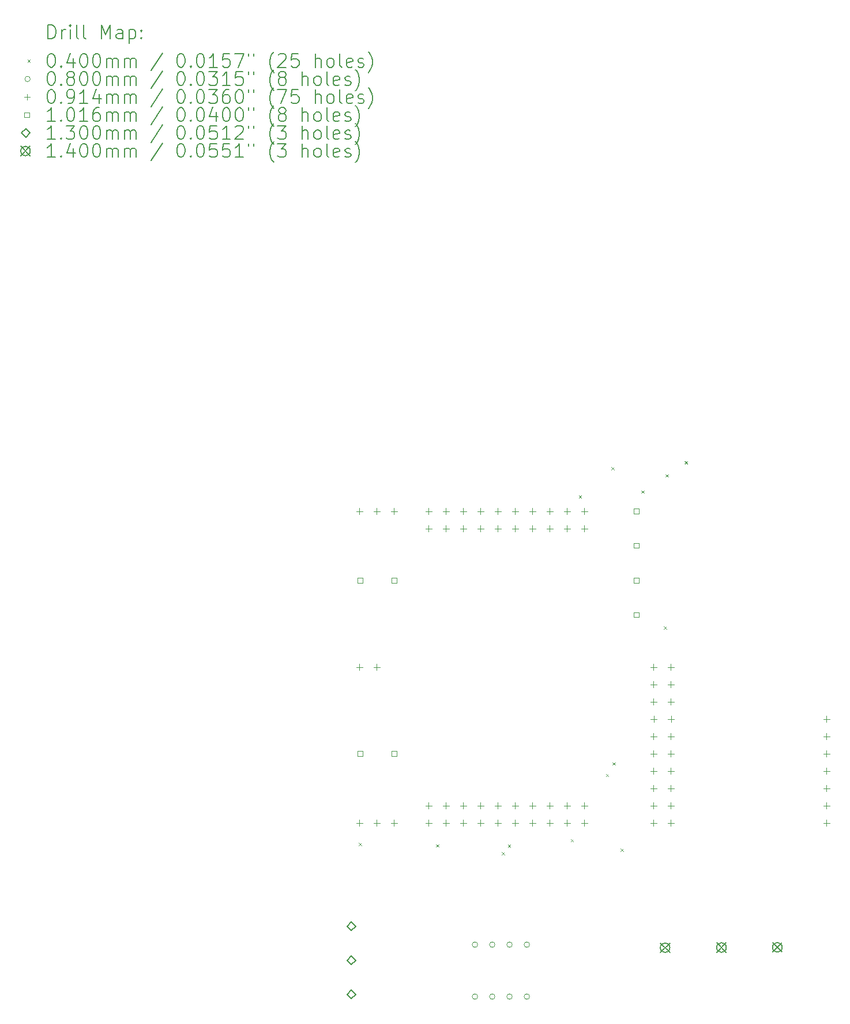
<source format=gbr>
%TF.GenerationSoftware,KiCad,Pcbnew,7.0.10*%
%TF.CreationDate,2025-04-16T22:41:38-06:00*%
%TF.ProjectId,Afinador_pcb,4166696e-6164-46f7-925f-7063622e6b69,rev?*%
%TF.SameCoordinates,Original*%
%TF.FileFunction,Drillmap*%
%TF.FilePolarity,Positive*%
%FSLAX45Y45*%
G04 Gerber Fmt 4.5, Leading zero omitted, Abs format (unit mm)*
G04 Created by KiCad (PCBNEW 7.0.10) date 2025-04-16 22:41:38*
%MOMM*%
%LPD*%
G01*
G04 APERTURE LIST*
%ADD10C,0.200000*%
%ADD11C,0.100000*%
%ADD12C,0.101600*%
%ADD13C,0.130000*%
%ADD14C,0.140000*%
G04 APERTURE END LIST*
D10*
D11*
X4823960Y-12109020D02*
X4863960Y-12149020D01*
X4863960Y-12109020D02*
X4823960Y-12149020D01*
X5956620Y-12128820D02*
X5996620Y-12168820D01*
X5996620Y-12128820D02*
X5956620Y-12168820D01*
X5956620Y-12128820D02*
X5996620Y-12168820D01*
X5996620Y-12128820D02*
X5956620Y-12168820D01*
X6921820Y-12243120D02*
X6961820Y-12283120D01*
X6961820Y-12243120D02*
X6921820Y-12283120D01*
X6921820Y-12243120D02*
X6961820Y-12283120D01*
X6961820Y-12243120D02*
X6921820Y-12283120D01*
X7010720Y-12133900D02*
X7050720Y-12173900D01*
X7050720Y-12133900D02*
X7010720Y-12173900D01*
X7935280Y-12052620D02*
X7975280Y-12092620D01*
X7975280Y-12052620D02*
X7935280Y-12092620D01*
X8052120Y-7012100D02*
X8092120Y-7052100D01*
X8092120Y-7012100D02*
X8052120Y-7052100D01*
X8450900Y-11095040D02*
X8490900Y-11135040D01*
X8490900Y-11095040D02*
X8450900Y-11135040D01*
X8450900Y-11095040D02*
X8490900Y-11135040D01*
X8490900Y-11095040D02*
X8450900Y-11135040D01*
X8450900Y-11095040D02*
X8490900Y-11135040D01*
X8490900Y-11095040D02*
X8450900Y-11135040D01*
X8529640Y-6596700D02*
X8569640Y-6636700D01*
X8569640Y-6596700D02*
X8529640Y-6636700D01*
X8529640Y-6596700D02*
X8569640Y-6636700D01*
X8569640Y-6596700D02*
X8529640Y-6636700D01*
X8547420Y-10927400D02*
X8587420Y-10967400D01*
X8587420Y-10927400D02*
X8547420Y-10967400D01*
X8547420Y-10927400D02*
X8587420Y-10967400D01*
X8587420Y-10927400D02*
X8547420Y-10967400D01*
X8669340Y-12189780D02*
X8709340Y-12229780D01*
X8709340Y-12189780D02*
X8669340Y-12229780D01*
X8669340Y-12189780D02*
X8709340Y-12229780D01*
X8709340Y-12189780D02*
X8669340Y-12229780D01*
X8971600Y-6939600D02*
X9011600Y-6979600D01*
X9011600Y-6939600D02*
X8971600Y-6979600D01*
X8971600Y-6939600D02*
X9011600Y-6979600D01*
X9011600Y-6939600D02*
X8971600Y-6979600D01*
X9299440Y-8931480D02*
X9339440Y-8971480D01*
X9339440Y-8931480D02*
X9299440Y-8971480D01*
X9299440Y-8931480D02*
X9339440Y-8971480D01*
X9339440Y-8931480D02*
X9299440Y-8971480D01*
X9329740Y-6700840D02*
X9369740Y-6740840D01*
X9369740Y-6700840D02*
X9329740Y-6740840D01*
X9329740Y-6700840D02*
X9369740Y-6740840D01*
X9369740Y-6700840D02*
X9329740Y-6740840D01*
X9609140Y-6507800D02*
X9649140Y-6547800D01*
X9649140Y-6507800D02*
X9609140Y-6547800D01*
X9610174Y-6508657D02*
X9650174Y-6548657D01*
X9650174Y-6508657D02*
X9610174Y-6548657D01*
X6569340Y-13600160D02*
G75*
G03*
X6489340Y-13600160I-40000J0D01*
G01*
X6489340Y-13600160D02*
G75*
G03*
X6569340Y-13600160I40000J0D01*
G01*
X6569340Y-14362160D02*
G75*
G03*
X6489340Y-14362160I-40000J0D01*
G01*
X6489340Y-14362160D02*
G75*
G03*
X6569340Y-14362160I40000J0D01*
G01*
X6823340Y-13600160D02*
G75*
G03*
X6743340Y-13600160I-40000J0D01*
G01*
X6743340Y-13600160D02*
G75*
G03*
X6823340Y-13600160I40000J0D01*
G01*
X6823340Y-14362160D02*
G75*
G03*
X6743340Y-14362160I-40000J0D01*
G01*
X6743340Y-14362160D02*
G75*
G03*
X6823340Y-14362160I40000J0D01*
G01*
X7077340Y-13600160D02*
G75*
G03*
X6997340Y-13600160I-40000J0D01*
G01*
X6997340Y-13600160D02*
G75*
G03*
X7077340Y-13600160I40000J0D01*
G01*
X7077340Y-14362160D02*
G75*
G03*
X6997340Y-14362160I-40000J0D01*
G01*
X6997340Y-14362160D02*
G75*
G03*
X7077340Y-14362160I40000J0D01*
G01*
X7331340Y-13600160D02*
G75*
G03*
X7251340Y-13600160I-40000J0D01*
G01*
X7251340Y-13600160D02*
G75*
G03*
X7331340Y-13600160I40000J0D01*
G01*
X7331340Y-14362160D02*
G75*
G03*
X7251340Y-14362160I-40000J0D01*
G01*
X7251340Y-14362160D02*
G75*
G03*
X7331340Y-14362160I40000J0D01*
G01*
X4833620Y-7198360D02*
X4833620Y-7289800D01*
X4787900Y-7244080D02*
X4879340Y-7244080D01*
X4833620Y-9484360D02*
X4833620Y-9575800D01*
X4787900Y-9530080D02*
X4879340Y-9530080D01*
X4833620Y-11770360D02*
X4833620Y-11861800D01*
X4787900Y-11816080D02*
X4879340Y-11816080D01*
X5087620Y-7198360D02*
X5087620Y-7289800D01*
X5041900Y-7244080D02*
X5133340Y-7244080D01*
X5087620Y-9484360D02*
X5087620Y-9575800D01*
X5041900Y-9530080D02*
X5133340Y-9530080D01*
X5087620Y-11770360D02*
X5087620Y-11861800D01*
X5041900Y-11816080D02*
X5133340Y-11816080D01*
X5341620Y-7198360D02*
X5341620Y-7289800D01*
X5295900Y-7244080D02*
X5387340Y-7244080D01*
X5341620Y-11770360D02*
X5341620Y-11861800D01*
X5295900Y-11816080D02*
X5387340Y-11816080D01*
X5849620Y-7198360D02*
X5849620Y-7289800D01*
X5803900Y-7244080D02*
X5895340Y-7244080D01*
X5849620Y-7452360D02*
X5849620Y-7543800D01*
X5803900Y-7498080D02*
X5895340Y-7498080D01*
X5849620Y-11516360D02*
X5849620Y-11607800D01*
X5803900Y-11562080D02*
X5895340Y-11562080D01*
X5849620Y-11770360D02*
X5849620Y-11861800D01*
X5803900Y-11816080D02*
X5895340Y-11816080D01*
X6103620Y-7198360D02*
X6103620Y-7289800D01*
X6057900Y-7244080D02*
X6149340Y-7244080D01*
X6103620Y-7452360D02*
X6103620Y-7543800D01*
X6057900Y-7498080D02*
X6149340Y-7498080D01*
X6103620Y-11516360D02*
X6103620Y-11607800D01*
X6057900Y-11562080D02*
X6149340Y-11562080D01*
X6103620Y-11770360D02*
X6103620Y-11861800D01*
X6057900Y-11816080D02*
X6149340Y-11816080D01*
X6357620Y-7198360D02*
X6357620Y-7289800D01*
X6311900Y-7244080D02*
X6403340Y-7244080D01*
X6357620Y-7452360D02*
X6357620Y-7543800D01*
X6311900Y-7498080D02*
X6403340Y-7498080D01*
X6357620Y-11516360D02*
X6357620Y-11607800D01*
X6311900Y-11562080D02*
X6403340Y-11562080D01*
X6357620Y-11770360D02*
X6357620Y-11861800D01*
X6311900Y-11816080D02*
X6403340Y-11816080D01*
X6611620Y-7198360D02*
X6611620Y-7289800D01*
X6565900Y-7244080D02*
X6657340Y-7244080D01*
X6611620Y-7452360D02*
X6611620Y-7543800D01*
X6565900Y-7498080D02*
X6657340Y-7498080D01*
X6611620Y-11516360D02*
X6611620Y-11607800D01*
X6565900Y-11562080D02*
X6657340Y-11562080D01*
X6611620Y-11770360D02*
X6611620Y-11861800D01*
X6565900Y-11816080D02*
X6657340Y-11816080D01*
X6865620Y-7198360D02*
X6865620Y-7289800D01*
X6819900Y-7244080D02*
X6911340Y-7244080D01*
X6865620Y-7452360D02*
X6865620Y-7543800D01*
X6819900Y-7498080D02*
X6911340Y-7498080D01*
X6865620Y-11516360D02*
X6865620Y-11607800D01*
X6819900Y-11562080D02*
X6911340Y-11562080D01*
X6865620Y-11770360D02*
X6865620Y-11861800D01*
X6819900Y-11816080D02*
X6911340Y-11816080D01*
X7119620Y-7198360D02*
X7119620Y-7289800D01*
X7073900Y-7244080D02*
X7165340Y-7244080D01*
X7119620Y-7452360D02*
X7119620Y-7543800D01*
X7073900Y-7498080D02*
X7165340Y-7498080D01*
X7119620Y-11516360D02*
X7119620Y-11607800D01*
X7073900Y-11562080D02*
X7165340Y-11562080D01*
X7119620Y-11770360D02*
X7119620Y-11861800D01*
X7073900Y-11816080D02*
X7165340Y-11816080D01*
X7373620Y-7198360D02*
X7373620Y-7289800D01*
X7327900Y-7244080D02*
X7419340Y-7244080D01*
X7373620Y-7452360D02*
X7373620Y-7543800D01*
X7327900Y-7498080D02*
X7419340Y-7498080D01*
X7373620Y-11516360D02*
X7373620Y-11607800D01*
X7327900Y-11562080D02*
X7419340Y-11562080D01*
X7373620Y-11770360D02*
X7373620Y-11861800D01*
X7327900Y-11816080D02*
X7419340Y-11816080D01*
X7627620Y-7198360D02*
X7627620Y-7289800D01*
X7581900Y-7244080D02*
X7673340Y-7244080D01*
X7627620Y-7452360D02*
X7627620Y-7543800D01*
X7581900Y-7498080D02*
X7673340Y-7498080D01*
X7627620Y-11516360D02*
X7627620Y-11607800D01*
X7581900Y-11562080D02*
X7673340Y-11562080D01*
X7627620Y-11770360D02*
X7627620Y-11861800D01*
X7581900Y-11816080D02*
X7673340Y-11816080D01*
X7881620Y-7198360D02*
X7881620Y-7289800D01*
X7835900Y-7244080D02*
X7927340Y-7244080D01*
X7881620Y-7452360D02*
X7881620Y-7543800D01*
X7835900Y-7498080D02*
X7927340Y-7498080D01*
X7881620Y-11516360D02*
X7881620Y-11607800D01*
X7835900Y-11562080D02*
X7927340Y-11562080D01*
X7881620Y-11770360D02*
X7881620Y-11861800D01*
X7835900Y-11816080D02*
X7927340Y-11816080D01*
X8135620Y-7198360D02*
X8135620Y-7289800D01*
X8089900Y-7244080D02*
X8181340Y-7244080D01*
X8135620Y-7452360D02*
X8135620Y-7543800D01*
X8089900Y-7498080D02*
X8181340Y-7498080D01*
X8135620Y-11516360D02*
X8135620Y-11607800D01*
X8089900Y-11562080D02*
X8181340Y-11562080D01*
X8135620Y-11770360D02*
X8135620Y-11861800D01*
X8089900Y-11816080D02*
X8181340Y-11816080D01*
X9151620Y-9484360D02*
X9151620Y-9575800D01*
X9105900Y-9530080D02*
X9197340Y-9530080D01*
X9151620Y-9738360D02*
X9151620Y-9829800D01*
X9105900Y-9784080D02*
X9197340Y-9784080D01*
X9151620Y-9992360D02*
X9151620Y-10083800D01*
X9105900Y-10038080D02*
X9197340Y-10038080D01*
X9151620Y-10500360D02*
X9151620Y-10591800D01*
X9105900Y-10546080D02*
X9197340Y-10546080D01*
X9151620Y-10754360D02*
X9151620Y-10845800D01*
X9105900Y-10800080D02*
X9197340Y-10800080D01*
X9151620Y-11008360D02*
X9151620Y-11099800D01*
X9105900Y-11054080D02*
X9197340Y-11054080D01*
X9151620Y-11262360D02*
X9151620Y-11353800D01*
X9105900Y-11308080D02*
X9197340Y-11308080D01*
X9151620Y-11516360D02*
X9151620Y-11607800D01*
X9105900Y-11562080D02*
X9197340Y-11562080D01*
X9151620Y-11770360D02*
X9151620Y-11861800D01*
X9105900Y-11816080D02*
X9197340Y-11816080D01*
X9154160Y-10246360D02*
X9154160Y-10337800D01*
X9108440Y-10292080D02*
X9199880Y-10292080D01*
X9405620Y-9484360D02*
X9405620Y-9575800D01*
X9359900Y-9530080D02*
X9451340Y-9530080D01*
X9405620Y-9738360D02*
X9405620Y-9829800D01*
X9359900Y-9784080D02*
X9451340Y-9784080D01*
X9405620Y-9992360D02*
X9405620Y-10083800D01*
X9359900Y-10038080D02*
X9451340Y-10038080D01*
X9405620Y-10500360D02*
X9405620Y-10591800D01*
X9359900Y-10546080D02*
X9451340Y-10546080D01*
X9405620Y-10754360D02*
X9405620Y-10845800D01*
X9359900Y-10800080D02*
X9451340Y-10800080D01*
X9405620Y-11008360D02*
X9405620Y-11099800D01*
X9359900Y-11054080D02*
X9451340Y-11054080D01*
X9405620Y-11262360D02*
X9405620Y-11353800D01*
X9359900Y-11308080D02*
X9451340Y-11308080D01*
X9405620Y-11516360D02*
X9405620Y-11607800D01*
X9359900Y-11562080D02*
X9451340Y-11562080D01*
X9405620Y-11770360D02*
X9405620Y-11861800D01*
X9359900Y-11816080D02*
X9451340Y-11816080D01*
X9408160Y-10246360D02*
X9408160Y-10337800D01*
X9362440Y-10292080D02*
X9453880Y-10292080D01*
X11691620Y-10246360D02*
X11691620Y-10337800D01*
X11645900Y-10292080D02*
X11737340Y-10292080D01*
X11691620Y-10500360D02*
X11691620Y-10591800D01*
X11645900Y-10546080D02*
X11737340Y-10546080D01*
X11691620Y-10754360D02*
X11691620Y-10845800D01*
X11645900Y-10800080D02*
X11737340Y-10800080D01*
X11691620Y-11008360D02*
X11691620Y-11099800D01*
X11645900Y-11054080D02*
X11737340Y-11054080D01*
X11691620Y-11262360D02*
X11691620Y-11353800D01*
X11645900Y-11308080D02*
X11737340Y-11308080D01*
X11691620Y-11516360D02*
X11691620Y-11607800D01*
X11645900Y-11562080D02*
X11737340Y-11562080D01*
X11691620Y-11770360D02*
X11691620Y-11861800D01*
X11645900Y-11816080D02*
X11737340Y-11816080D01*
D12*
X4877421Y-8296061D02*
X4877421Y-8224219D01*
X4805579Y-8224219D01*
X4805579Y-8296061D01*
X4877421Y-8296061D01*
X4877421Y-10836061D02*
X4877421Y-10764219D01*
X4805579Y-10764219D01*
X4805579Y-10836061D01*
X4877421Y-10836061D01*
X5377661Y-8296061D02*
X5377661Y-8224219D01*
X5305819Y-8224219D01*
X5305819Y-8296061D01*
X5377661Y-8296061D01*
X5377661Y-10836061D02*
X5377661Y-10764219D01*
X5305819Y-10764219D01*
X5305819Y-10836061D01*
X5377661Y-10836061D01*
X8933601Y-7279881D02*
X8933601Y-7208039D01*
X8861759Y-7208039D01*
X8861759Y-7279881D01*
X8933601Y-7279881D01*
X8933601Y-7780121D02*
X8933601Y-7708279D01*
X8861759Y-7708279D01*
X8861759Y-7780121D01*
X8933601Y-7780121D01*
X8933601Y-8295881D02*
X8933601Y-8224039D01*
X8861759Y-8224039D01*
X8861759Y-8295881D01*
X8933601Y-8295881D01*
X8933601Y-8796121D02*
X8933601Y-8724279D01*
X8861759Y-8724279D01*
X8861759Y-8796121D01*
X8933601Y-8796121D01*
D13*
X4714740Y-13395300D02*
X4779740Y-13330300D01*
X4714740Y-13265300D01*
X4649740Y-13330300D01*
X4714740Y-13395300D01*
X4714740Y-13895300D02*
X4779740Y-13830300D01*
X4714740Y-13765300D01*
X4649740Y-13830300D01*
X4714740Y-13895300D01*
X4714740Y-14395300D02*
X4779740Y-14330300D01*
X4714740Y-14265300D01*
X4649740Y-14330300D01*
X4714740Y-14395300D01*
D14*
X9250480Y-13575560D02*
X9390480Y-13715560D01*
X9390480Y-13575560D02*
X9250480Y-13715560D01*
X9390480Y-13645560D02*
G75*
G03*
X9250480Y-13645560I-70000J0D01*
G01*
X9250480Y-13645560D02*
G75*
G03*
X9390480Y-13645560I70000J0D01*
G01*
X10078520Y-13573020D02*
X10218520Y-13713020D01*
X10218520Y-13573020D02*
X10078520Y-13713020D01*
X10218520Y-13643020D02*
G75*
G03*
X10078520Y-13643020I-70000J0D01*
G01*
X10078520Y-13643020D02*
G75*
G03*
X10218520Y-13643020I70000J0D01*
G01*
X10898940Y-13570480D02*
X11038940Y-13710480D01*
X11038940Y-13570480D02*
X10898940Y-13710480D01*
X11038940Y-13640480D02*
G75*
G03*
X10898940Y-13640480I-70000J0D01*
G01*
X10898940Y-13640480D02*
G75*
G03*
X11038940Y-13640480I70000J0D01*
G01*
D10*
X260777Y-311484D02*
X260777Y-111484D01*
X260777Y-111484D02*
X308396Y-111484D01*
X308396Y-111484D02*
X336967Y-121008D01*
X336967Y-121008D02*
X356015Y-140055D01*
X356015Y-140055D02*
X365539Y-159103D01*
X365539Y-159103D02*
X375062Y-197198D01*
X375062Y-197198D02*
X375062Y-225769D01*
X375062Y-225769D02*
X365539Y-263865D01*
X365539Y-263865D02*
X356015Y-282912D01*
X356015Y-282912D02*
X336967Y-301960D01*
X336967Y-301960D02*
X308396Y-311484D01*
X308396Y-311484D02*
X260777Y-311484D01*
X460777Y-311484D02*
X460777Y-178150D01*
X460777Y-216246D02*
X470301Y-197198D01*
X470301Y-197198D02*
X479824Y-187674D01*
X479824Y-187674D02*
X498872Y-178150D01*
X498872Y-178150D02*
X517920Y-178150D01*
X584586Y-311484D02*
X584586Y-178150D01*
X584586Y-111484D02*
X575063Y-121008D01*
X575063Y-121008D02*
X584586Y-130531D01*
X584586Y-130531D02*
X594110Y-121008D01*
X594110Y-121008D02*
X584586Y-111484D01*
X584586Y-111484D02*
X584586Y-130531D01*
X708396Y-311484D02*
X689348Y-301960D01*
X689348Y-301960D02*
X679824Y-282912D01*
X679824Y-282912D02*
X679824Y-111484D01*
X813158Y-311484D02*
X794110Y-301960D01*
X794110Y-301960D02*
X784586Y-282912D01*
X784586Y-282912D02*
X784586Y-111484D01*
X1041729Y-311484D02*
X1041729Y-111484D01*
X1041729Y-111484D02*
X1108396Y-254341D01*
X1108396Y-254341D02*
X1175063Y-111484D01*
X1175063Y-111484D02*
X1175063Y-311484D01*
X1356015Y-311484D02*
X1356015Y-206722D01*
X1356015Y-206722D02*
X1346491Y-187674D01*
X1346491Y-187674D02*
X1327444Y-178150D01*
X1327444Y-178150D02*
X1289348Y-178150D01*
X1289348Y-178150D02*
X1270301Y-187674D01*
X1356015Y-301960D02*
X1336967Y-311484D01*
X1336967Y-311484D02*
X1289348Y-311484D01*
X1289348Y-311484D02*
X1270301Y-301960D01*
X1270301Y-301960D02*
X1260777Y-282912D01*
X1260777Y-282912D02*
X1260777Y-263865D01*
X1260777Y-263865D02*
X1270301Y-244817D01*
X1270301Y-244817D02*
X1289348Y-235293D01*
X1289348Y-235293D02*
X1336967Y-235293D01*
X1336967Y-235293D02*
X1356015Y-225769D01*
X1451253Y-178150D02*
X1451253Y-378150D01*
X1451253Y-187674D02*
X1470301Y-178150D01*
X1470301Y-178150D02*
X1508396Y-178150D01*
X1508396Y-178150D02*
X1527443Y-187674D01*
X1527443Y-187674D02*
X1536967Y-197198D01*
X1536967Y-197198D02*
X1546491Y-216246D01*
X1546491Y-216246D02*
X1546491Y-273389D01*
X1546491Y-273389D02*
X1536967Y-292436D01*
X1536967Y-292436D02*
X1527443Y-301960D01*
X1527443Y-301960D02*
X1508396Y-311484D01*
X1508396Y-311484D02*
X1470301Y-311484D01*
X1470301Y-311484D02*
X1451253Y-301960D01*
X1632205Y-292436D02*
X1641729Y-301960D01*
X1641729Y-301960D02*
X1632205Y-311484D01*
X1632205Y-311484D02*
X1622682Y-301960D01*
X1622682Y-301960D02*
X1632205Y-292436D01*
X1632205Y-292436D02*
X1632205Y-311484D01*
X1632205Y-187674D02*
X1641729Y-197198D01*
X1641729Y-197198D02*
X1632205Y-206722D01*
X1632205Y-206722D02*
X1622682Y-197198D01*
X1622682Y-197198D02*
X1632205Y-187674D01*
X1632205Y-187674D02*
X1632205Y-206722D01*
D11*
X-40000Y-620000D02*
X0Y-660000D01*
X0Y-620000D02*
X-40000Y-660000D01*
D10*
X298872Y-531484D02*
X317920Y-531484D01*
X317920Y-531484D02*
X336967Y-541008D01*
X336967Y-541008D02*
X346491Y-550531D01*
X346491Y-550531D02*
X356015Y-569579D01*
X356015Y-569579D02*
X365539Y-607674D01*
X365539Y-607674D02*
X365539Y-655293D01*
X365539Y-655293D02*
X356015Y-693389D01*
X356015Y-693389D02*
X346491Y-712436D01*
X346491Y-712436D02*
X336967Y-721960D01*
X336967Y-721960D02*
X317920Y-731484D01*
X317920Y-731484D02*
X298872Y-731484D01*
X298872Y-731484D02*
X279824Y-721960D01*
X279824Y-721960D02*
X270301Y-712436D01*
X270301Y-712436D02*
X260777Y-693389D01*
X260777Y-693389D02*
X251253Y-655293D01*
X251253Y-655293D02*
X251253Y-607674D01*
X251253Y-607674D02*
X260777Y-569579D01*
X260777Y-569579D02*
X270301Y-550531D01*
X270301Y-550531D02*
X279824Y-541008D01*
X279824Y-541008D02*
X298872Y-531484D01*
X451253Y-712436D02*
X460777Y-721960D01*
X460777Y-721960D02*
X451253Y-731484D01*
X451253Y-731484D02*
X441729Y-721960D01*
X441729Y-721960D02*
X451253Y-712436D01*
X451253Y-712436D02*
X451253Y-731484D01*
X632205Y-598150D02*
X632205Y-731484D01*
X584586Y-521960D02*
X536967Y-664817D01*
X536967Y-664817D02*
X660777Y-664817D01*
X775062Y-531484D02*
X794110Y-531484D01*
X794110Y-531484D02*
X813158Y-541008D01*
X813158Y-541008D02*
X822682Y-550531D01*
X822682Y-550531D02*
X832205Y-569579D01*
X832205Y-569579D02*
X841729Y-607674D01*
X841729Y-607674D02*
X841729Y-655293D01*
X841729Y-655293D02*
X832205Y-693389D01*
X832205Y-693389D02*
X822682Y-712436D01*
X822682Y-712436D02*
X813158Y-721960D01*
X813158Y-721960D02*
X794110Y-731484D01*
X794110Y-731484D02*
X775062Y-731484D01*
X775062Y-731484D02*
X756015Y-721960D01*
X756015Y-721960D02*
X746491Y-712436D01*
X746491Y-712436D02*
X736967Y-693389D01*
X736967Y-693389D02*
X727443Y-655293D01*
X727443Y-655293D02*
X727443Y-607674D01*
X727443Y-607674D02*
X736967Y-569579D01*
X736967Y-569579D02*
X746491Y-550531D01*
X746491Y-550531D02*
X756015Y-541008D01*
X756015Y-541008D02*
X775062Y-531484D01*
X965539Y-531484D02*
X984586Y-531484D01*
X984586Y-531484D02*
X1003634Y-541008D01*
X1003634Y-541008D02*
X1013158Y-550531D01*
X1013158Y-550531D02*
X1022682Y-569579D01*
X1022682Y-569579D02*
X1032205Y-607674D01*
X1032205Y-607674D02*
X1032205Y-655293D01*
X1032205Y-655293D02*
X1022682Y-693389D01*
X1022682Y-693389D02*
X1013158Y-712436D01*
X1013158Y-712436D02*
X1003634Y-721960D01*
X1003634Y-721960D02*
X984586Y-731484D01*
X984586Y-731484D02*
X965539Y-731484D01*
X965539Y-731484D02*
X946491Y-721960D01*
X946491Y-721960D02*
X936967Y-712436D01*
X936967Y-712436D02*
X927443Y-693389D01*
X927443Y-693389D02*
X917920Y-655293D01*
X917920Y-655293D02*
X917920Y-607674D01*
X917920Y-607674D02*
X927443Y-569579D01*
X927443Y-569579D02*
X936967Y-550531D01*
X936967Y-550531D02*
X946491Y-541008D01*
X946491Y-541008D02*
X965539Y-531484D01*
X1117920Y-731484D02*
X1117920Y-598150D01*
X1117920Y-617198D02*
X1127444Y-607674D01*
X1127444Y-607674D02*
X1146491Y-598150D01*
X1146491Y-598150D02*
X1175063Y-598150D01*
X1175063Y-598150D02*
X1194110Y-607674D01*
X1194110Y-607674D02*
X1203634Y-626722D01*
X1203634Y-626722D02*
X1203634Y-731484D01*
X1203634Y-626722D02*
X1213158Y-607674D01*
X1213158Y-607674D02*
X1232205Y-598150D01*
X1232205Y-598150D02*
X1260777Y-598150D01*
X1260777Y-598150D02*
X1279825Y-607674D01*
X1279825Y-607674D02*
X1289348Y-626722D01*
X1289348Y-626722D02*
X1289348Y-731484D01*
X1384586Y-731484D02*
X1384586Y-598150D01*
X1384586Y-617198D02*
X1394110Y-607674D01*
X1394110Y-607674D02*
X1413158Y-598150D01*
X1413158Y-598150D02*
X1441729Y-598150D01*
X1441729Y-598150D02*
X1460777Y-607674D01*
X1460777Y-607674D02*
X1470301Y-626722D01*
X1470301Y-626722D02*
X1470301Y-731484D01*
X1470301Y-626722D02*
X1479824Y-607674D01*
X1479824Y-607674D02*
X1498872Y-598150D01*
X1498872Y-598150D02*
X1527443Y-598150D01*
X1527443Y-598150D02*
X1546491Y-607674D01*
X1546491Y-607674D02*
X1556015Y-626722D01*
X1556015Y-626722D02*
X1556015Y-731484D01*
X1946491Y-521960D02*
X1775063Y-779103D01*
X2203634Y-531484D02*
X2222682Y-531484D01*
X2222682Y-531484D02*
X2241729Y-541008D01*
X2241729Y-541008D02*
X2251253Y-550531D01*
X2251253Y-550531D02*
X2260777Y-569579D01*
X2260777Y-569579D02*
X2270301Y-607674D01*
X2270301Y-607674D02*
X2270301Y-655293D01*
X2270301Y-655293D02*
X2260777Y-693389D01*
X2260777Y-693389D02*
X2251253Y-712436D01*
X2251253Y-712436D02*
X2241729Y-721960D01*
X2241729Y-721960D02*
X2222682Y-731484D01*
X2222682Y-731484D02*
X2203634Y-731484D01*
X2203634Y-731484D02*
X2184587Y-721960D01*
X2184587Y-721960D02*
X2175063Y-712436D01*
X2175063Y-712436D02*
X2165539Y-693389D01*
X2165539Y-693389D02*
X2156015Y-655293D01*
X2156015Y-655293D02*
X2156015Y-607674D01*
X2156015Y-607674D02*
X2165539Y-569579D01*
X2165539Y-569579D02*
X2175063Y-550531D01*
X2175063Y-550531D02*
X2184587Y-541008D01*
X2184587Y-541008D02*
X2203634Y-531484D01*
X2356015Y-712436D02*
X2365539Y-721960D01*
X2365539Y-721960D02*
X2356015Y-731484D01*
X2356015Y-731484D02*
X2346491Y-721960D01*
X2346491Y-721960D02*
X2356015Y-712436D01*
X2356015Y-712436D02*
X2356015Y-731484D01*
X2489348Y-531484D02*
X2508396Y-531484D01*
X2508396Y-531484D02*
X2527444Y-541008D01*
X2527444Y-541008D02*
X2536968Y-550531D01*
X2536968Y-550531D02*
X2546491Y-569579D01*
X2546491Y-569579D02*
X2556015Y-607674D01*
X2556015Y-607674D02*
X2556015Y-655293D01*
X2556015Y-655293D02*
X2546491Y-693389D01*
X2546491Y-693389D02*
X2536968Y-712436D01*
X2536968Y-712436D02*
X2527444Y-721960D01*
X2527444Y-721960D02*
X2508396Y-731484D01*
X2508396Y-731484D02*
X2489348Y-731484D01*
X2489348Y-731484D02*
X2470301Y-721960D01*
X2470301Y-721960D02*
X2460777Y-712436D01*
X2460777Y-712436D02*
X2451253Y-693389D01*
X2451253Y-693389D02*
X2441729Y-655293D01*
X2441729Y-655293D02*
X2441729Y-607674D01*
X2441729Y-607674D02*
X2451253Y-569579D01*
X2451253Y-569579D02*
X2460777Y-550531D01*
X2460777Y-550531D02*
X2470301Y-541008D01*
X2470301Y-541008D02*
X2489348Y-531484D01*
X2746491Y-731484D02*
X2632206Y-731484D01*
X2689348Y-731484D02*
X2689348Y-531484D01*
X2689348Y-531484D02*
X2670301Y-560055D01*
X2670301Y-560055D02*
X2651253Y-579103D01*
X2651253Y-579103D02*
X2632206Y-588627D01*
X2927444Y-531484D02*
X2832206Y-531484D01*
X2832206Y-531484D02*
X2822682Y-626722D01*
X2822682Y-626722D02*
X2832206Y-617198D01*
X2832206Y-617198D02*
X2851253Y-607674D01*
X2851253Y-607674D02*
X2898872Y-607674D01*
X2898872Y-607674D02*
X2917920Y-617198D01*
X2917920Y-617198D02*
X2927444Y-626722D01*
X2927444Y-626722D02*
X2936967Y-645770D01*
X2936967Y-645770D02*
X2936967Y-693389D01*
X2936967Y-693389D02*
X2927444Y-712436D01*
X2927444Y-712436D02*
X2917920Y-721960D01*
X2917920Y-721960D02*
X2898872Y-731484D01*
X2898872Y-731484D02*
X2851253Y-731484D01*
X2851253Y-731484D02*
X2832206Y-721960D01*
X2832206Y-721960D02*
X2822682Y-712436D01*
X3003634Y-531484D02*
X3136967Y-531484D01*
X3136967Y-531484D02*
X3051253Y-731484D01*
X3203634Y-531484D02*
X3203634Y-569579D01*
X3279825Y-531484D02*
X3279825Y-569579D01*
X3575063Y-807674D02*
X3565539Y-798150D01*
X3565539Y-798150D02*
X3546491Y-769579D01*
X3546491Y-769579D02*
X3536968Y-750531D01*
X3536968Y-750531D02*
X3527444Y-721960D01*
X3527444Y-721960D02*
X3517920Y-674341D01*
X3517920Y-674341D02*
X3517920Y-636246D01*
X3517920Y-636246D02*
X3527444Y-588627D01*
X3527444Y-588627D02*
X3536968Y-560055D01*
X3536968Y-560055D02*
X3546491Y-541008D01*
X3546491Y-541008D02*
X3565539Y-512436D01*
X3565539Y-512436D02*
X3575063Y-502912D01*
X3641729Y-550531D02*
X3651253Y-541008D01*
X3651253Y-541008D02*
X3670301Y-531484D01*
X3670301Y-531484D02*
X3717920Y-531484D01*
X3717920Y-531484D02*
X3736968Y-541008D01*
X3736968Y-541008D02*
X3746491Y-550531D01*
X3746491Y-550531D02*
X3756015Y-569579D01*
X3756015Y-569579D02*
X3756015Y-588627D01*
X3756015Y-588627D02*
X3746491Y-617198D01*
X3746491Y-617198D02*
X3632206Y-731484D01*
X3632206Y-731484D02*
X3756015Y-731484D01*
X3936968Y-531484D02*
X3841729Y-531484D01*
X3841729Y-531484D02*
X3832206Y-626722D01*
X3832206Y-626722D02*
X3841729Y-617198D01*
X3841729Y-617198D02*
X3860777Y-607674D01*
X3860777Y-607674D02*
X3908396Y-607674D01*
X3908396Y-607674D02*
X3927444Y-617198D01*
X3927444Y-617198D02*
X3936968Y-626722D01*
X3936968Y-626722D02*
X3946491Y-645770D01*
X3946491Y-645770D02*
X3946491Y-693389D01*
X3946491Y-693389D02*
X3936968Y-712436D01*
X3936968Y-712436D02*
X3927444Y-721960D01*
X3927444Y-721960D02*
X3908396Y-731484D01*
X3908396Y-731484D02*
X3860777Y-731484D01*
X3860777Y-731484D02*
X3841729Y-721960D01*
X3841729Y-721960D02*
X3832206Y-712436D01*
X4184587Y-731484D02*
X4184587Y-531484D01*
X4270301Y-731484D02*
X4270301Y-626722D01*
X4270301Y-626722D02*
X4260777Y-607674D01*
X4260777Y-607674D02*
X4241730Y-598150D01*
X4241730Y-598150D02*
X4213158Y-598150D01*
X4213158Y-598150D02*
X4194110Y-607674D01*
X4194110Y-607674D02*
X4184587Y-617198D01*
X4394111Y-731484D02*
X4375063Y-721960D01*
X4375063Y-721960D02*
X4365539Y-712436D01*
X4365539Y-712436D02*
X4356015Y-693389D01*
X4356015Y-693389D02*
X4356015Y-636246D01*
X4356015Y-636246D02*
X4365539Y-617198D01*
X4365539Y-617198D02*
X4375063Y-607674D01*
X4375063Y-607674D02*
X4394111Y-598150D01*
X4394111Y-598150D02*
X4422682Y-598150D01*
X4422682Y-598150D02*
X4441730Y-607674D01*
X4441730Y-607674D02*
X4451253Y-617198D01*
X4451253Y-617198D02*
X4460777Y-636246D01*
X4460777Y-636246D02*
X4460777Y-693389D01*
X4460777Y-693389D02*
X4451253Y-712436D01*
X4451253Y-712436D02*
X4441730Y-721960D01*
X4441730Y-721960D02*
X4422682Y-731484D01*
X4422682Y-731484D02*
X4394111Y-731484D01*
X4575063Y-731484D02*
X4556015Y-721960D01*
X4556015Y-721960D02*
X4546492Y-702912D01*
X4546492Y-702912D02*
X4546492Y-531484D01*
X4727444Y-721960D02*
X4708396Y-731484D01*
X4708396Y-731484D02*
X4670301Y-731484D01*
X4670301Y-731484D02*
X4651253Y-721960D01*
X4651253Y-721960D02*
X4641730Y-702912D01*
X4641730Y-702912D02*
X4641730Y-626722D01*
X4641730Y-626722D02*
X4651253Y-607674D01*
X4651253Y-607674D02*
X4670301Y-598150D01*
X4670301Y-598150D02*
X4708396Y-598150D01*
X4708396Y-598150D02*
X4727444Y-607674D01*
X4727444Y-607674D02*
X4736968Y-626722D01*
X4736968Y-626722D02*
X4736968Y-645770D01*
X4736968Y-645770D02*
X4641730Y-664817D01*
X4813158Y-721960D02*
X4832206Y-731484D01*
X4832206Y-731484D02*
X4870301Y-731484D01*
X4870301Y-731484D02*
X4889349Y-721960D01*
X4889349Y-721960D02*
X4898873Y-702912D01*
X4898873Y-702912D02*
X4898873Y-693389D01*
X4898873Y-693389D02*
X4889349Y-674341D01*
X4889349Y-674341D02*
X4870301Y-664817D01*
X4870301Y-664817D02*
X4841730Y-664817D01*
X4841730Y-664817D02*
X4822682Y-655293D01*
X4822682Y-655293D02*
X4813158Y-636246D01*
X4813158Y-636246D02*
X4813158Y-626722D01*
X4813158Y-626722D02*
X4822682Y-607674D01*
X4822682Y-607674D02*
X4841730Y-598150D01*
X4841730Y-598150D02*
X4870301Y-598150D01*
X4870301Y-598150D02*
X4889349Y-607674D01*
X4965539Y-807674D02*
X4975063Y-798150D01*
X4975063Y-798150D02*
X4994111Y-769579D01*
X4994111Y-769579D02*
X5003634Y-750531D01*
X5003634Y-750531D02*
X5013158Y-721960D01*
X5013158Y-721960D02*
X5022682Y-674341D01*
X5022682Y-674341D02*
X5022682Y-636246D01*
X5022682Y-636246D02*
X5013158Y-588627D01*
X5013158Y-588627D02*
X5003634Y-560055D01*
X5003634Y-560055D02*
X4994111Y-541008D01*
X4994111Y-541008D02*
X4975063Y-512436D01*
X4975063Y-512436D02*
X4965539Y-502912D01*
D11*
X0Y-904000D02*
G75*
G03*
X-80000Y-904000I-40000J0D01*
G01*
X-80000Y-904000D02*
G75*
G03*
X0Y-904000I40000J0D01*
G01*
D10*
X298872Y-795484D02*
X317920Y-795484D01*
X317920Y-795484D02*
X336967Y-805008D01*
X336967Y-805008D02*
X346491Y-814531D01*
X346491Y-814531D02*
X356015Y-833579D01*
X356015Y-833579D02*
X365539Y-871674D01*
X365539Y-871674D02*
X365539Y-919293D01*
X365539Y-919293D02*
X356015Y-957388D01*
X356015Y-957388D02*
X346491Y-976436D01*
X346491Y-976436D02*
X336967Y-985960D01*
X336967Y-985960D02*
X317920Y-995484D01*
X317920Y-995484D02*
X298872Y-995484D01*
X298872Y-995484D02*
X279824Y-985960D01*
X279824Y-985960D02*
X270301Y-976436D01*
X270301Y-976436D02*
X260777Y-957388D01*
X260777Y-957388D02*
X251253Y-919293D01*
X251253Y-919293D02*
X251253Y-871674D01*
X251253Y-871674D02*
X260777Y-833579D01*
X260777Y-833579D02*
X270301Y-814531D01*
X270301Y-814531D02*
X279824Y-805008D01*
X279824Y-805008D02*
X298872Y-795484D01*
X451253Y-976436D02*
X460777Y-985960D01*
X460777Y-985960D02*
X451253Y-995484D01*
X451253Y-995484D02*
X441729Y-985960D01*
X441729Y-985960D02*
X451253Y-976436D01*
X451253Y-976436D02*
X451253Y-995484D01*
X575063Y-881198D02*
X556015Y-871674D01*
X556015Y-871674D02*
X546491Y-862150D01*
X546491Y-862150D02*
X536967Y-843103D01*
X536967Y-843103D02*
X536967Y-833579D01*
X536967Y-833579D02*
X546491Y-814531D01*
X546491Y-814531D02*
X556015Y-805008D01*
X556015Y-805008D02*
X575063Y-795484D01*
X575063Y-795484D02*
X613158Y-795484D01*
X613158Y-795484D02*
X632205Y-805008D01*
X632205Y-805008D02*
X641729Y-814531D01*
X641729Y-814531D02*
X651253Y-833579D01*
X651253Y-833579D02*
X651253Y-843103D01*
X651253Y-843103D02*
X641729Y-862150D01*
X641729Y-862150D02*
X632205Y-871674D01*
X632205Y-871674D02*
X613158Y-881198D01*
X613158Y-881198D02*
X575063Y-881198D01*
X575063Y-881198D02*
X556015Y-890722D01*
X556015Y-890722D02*
X546491Y-900246D01*
X546491Y-900246D02*
X536967Y-919293D01*
X536967Y-919293D02*
X536967Y-957388D01*
X536967Y-957388D02*
X546491Y-976436D01*
X546491Y-976436D02*
X556015Y-985960D01*
X556015Y-985960D02*
X575063Y-995484D01*
X575063Y-995484D02*
X613158Y-995484D01*
X613158Y-995484D02*
X632205Y-985960D01*
X632205Y-985960D02*
X641729Y-976436D01*
X641729Y-976436D02*
X651253Y-957388D01*
X651253Y-957388D02*
X651253Y-919293D01*
X651253Y-919293D02*
X641729Y-900246D01*
X641729Y-900246D02*
X632205Y-890722D01*
X632205Y-890722D02*
X613158Y-881198D01*
X775062Y-795484D02*
X794110Y-795484D01*
X794110Y-795484D02*
X813158Y-805008D01*
X813158Y-805008D02*
X822682Y-814531D01*
X822682Y-814531D02*
X832205Y-833579D01*
X832205Y-833579D02*
X841729Y-871674D01*
X841729Y-871674D02*
X841729Y-919293D01*
X841729Y-919293D02*
X832205Y-957388D01*
X832205Y-957388D02*
X822682Y-976436D01*
X822682Y-976436D02*
X813158Y-985960D01*
X813158Y-985960D02*
X794110Y-995484D01*
X794110Y-995484D02*
X775062Y-995484D01*
X775062Y-995484D02*
X756015Y-985960D01*
X756015Y-985960D02*
X746491Y-976436D01*
X746491Y-976436D02*
X736967Y-957388D01*
X736967Y-957388D02*
X727443Y-919293D01*
X727443Y-919293D02*
X727443Y-871674D01*
X727443Y-871674D02*
X736967Y-833579D01*
X736967Y-833579D02*
X746491Y-814531D01*
X746491Y-814531D02*
X756015Y-805008D01*
X756015Y-805008D02*
X775062Y-795484D01*
X965539Y-795484D02*
X984586Y-795484D01*
X984586Y-795484D02*
X1003634Y-805008D01*
X1003634Y-805008D02*
X1013158Y-814531D01*
X1013158Y-814531D02*
X1022682Y-833579D01*
X1022682Y-833579D02*
X1032205Y-871674D01*
X1032205Y-871674D02*
X1032205Y-919293D01*
X1032205Y-919293D02*
X1022682Y-957388D01*
X1022682Y-957388D02*
X1013158Y-976436D01*
X1013158Y-976436D02*
X1003634Y-985960D01*
X1003634Y-985960D02*
X984586Y-995484D01*
X984586Y-995484D02*
X965539Y-995484D01*
X965539Y-995484D02*
X946491Y-985960D01*
X946491Y-985960D02*
X936967Y-976436D01*
X936967Y-976436D02*
X927443Y-957388D01*
X927443Y-957388D02*
X917920Y-919293D01*
X917920Y-919293D02*
X917920Y-871674D01*
X917920Y-871674D02*
X927443Y-833579D01*
X927443Y-833579D02*
X936967Y-814531D01*
X936967Y-814531D02*
X946491Y-805008D01*
X946491Y-805008D02*
X965539Y-795484D01*
X1117920Y-995484D02*
X1117920Y-862150D01*
X1117920Y-881198D02*
X1127444Y-871674D01*
X1127444Y-871674D02*
X1146491Y-862150D01*
X1146491Y-862150D02*
X1175063Y-862150D01*
X1175063Y-862150D02*
X1194110Y-871674D01*
X1194110Y-871674D02*
X1203634Y-890722D01*
X1203634Y-890722D02*
X1203634Y-995484D01*
X1203634Y-890722D02*
X1213158Y-871674D01*
X1213158Y-871674D02*
X1232205Y-862150D01*
X1232205Y-862150D02*
X1260777Y-862150D01*
X1260777Y-862150D02*
X1279825Y-871674D01*
X1279825Y-871674D02*
X1289348Y-890722D01*
X1289348Y-890722D02*
X1289348Y-995484D01*
X1384586Y-995484D02*
X1384586Y-862150D01*
X1384586Y-881198D02*
X1394110Y-871674D01*
X1394110Y-871674D02*
X1413158Y-862150D01*
X1413158Y-862150D02*
X1441729Y-862150D01*
X1441729Y-862150D02*
X1460777Y-871674D01*
X1460777Y-871674D02*
X1470301Y-890722D01*
X1470301Y-890722D02*
X1470301Y-995484D01*
X1470301Y-890722D02*
X1479824Y-871674D01*
X1479824Y-871674D02*
X1498872Y-862150D01*
X1498872Y-862150D02*
X1527443Y-862150D01*
X1527443Y-862150D02*
X1546491Y-871674D01*
X1546491Y-871674D02*
X1556015Y-890722D01*
X1556015Y-890722D02*
X1556015Y-995484D01*
X1946491Y-785960D02*
X1775063Y-1043103D01*
X2203634Y-795484D02*
X2222682Y-795484D01*
X2222682Y-795484D02*
X2241729Y-805008D01*
X2241729Y-805008D02*
X2251253Y-814531D01*
X2251253Y-814531D02*
X2260777Y-833579D01*
X2260777Y-833579D02*
X2270301Y-871674D01*
X2270301Y-871674D02*
X2270301Y-919293D01*
X2270301Y-919293D02*
X2260777Y-957388D01*
X2260777Y-957388D02*
X2251253Y-976436D01*
X2251253Y-976436D02*
X2241729Y-985960D01*
X2241729Y-985960D02*
X2222682Y-995484D01*
X2222682Y-995484D02*
X2203634Y-995484D01*
X2203634Y-995484D02*
X2184587Y-985960D01*
X2184587Y-985960D02*
X2175063Y-976436D01*
X2175063Y-976436D02*
X2165539Y-957388D01*
X2165539Y-957388D02*
X2156015Y-919293D01*
X2156015Y-919293D02*
X2156015Y-871674D01*
X2156015Y-871674D02*
X2165539Y-833579D01*
X2165539Y-833579D02*
X2175063Y-814531D01*
X2175063Y-814531D02*
X2184587Y-805008D01*
X2184587Y-805008D02*
X2203634Y-795484D01*
X2356015Y-976436D02*
X2365539Y-985960D01*
X2365539Y-985960D02*
X2356015Y-995484D01*
X2356015Y-995484D02*
X2346491Y-985960D01*
X2346491Y-985960D02*
X2356015Y-976436D01*
X2356015Y-976436D02*
X2356015Y-995484D01*
X2489348Y-795484D02*
X2508396Y-795484D01*
X2508396Y-795484D02*
X2527444Y-805008D01*
X2527444Y-805008D02*
X2536968Y-814531D01*
X2536968Y-814531D02*
X2546491Y-833579D01*
X2546491Y-833579D02*
X2556015Y-871674D01*
X2556015Y-871674D02*
X2556015Y-919293D01*
X2556015Y-919293D02*
X2546491Y-957388D01*
X2546491Y-957388D02*
X2536968Y-976436D01*
X2536968Y-976436D02*
X2527444Y-985960D01*
X2527444Y-985960D02*
X2508396Y-995484D01*
X2508396Y-995484D02*
X2489348Y-995484D01*
X2489348Y-995484D02*
X2470301Y-985960D01*
X2470301Y-985960D02*
X2460777Y-976436D01*
X2460777Y-976436D02*
X2451253Y-957388D01*
X2451253Y-957388D02*
X2441729Y-919293D01*
X2441729Y-919293D02*
X2441729Y-871674D01*
X2441729Y-871674D02*
X2451253Y-833579D01*
X2451253Y-833579D02*
X2460777Y-814531D01*
X2460777Y-814531D02*
X2470301Y-805008D01*
X2470301Y-805008D02*
X2489348Y-795484D01*
X2622682Y-795484D02*
X2746491Y-795484D01*
X2746491Y-795484D02*
X2679825Y-871674D01*
X2679825Y-871674D02*
X2708396Y-871674D01*
X2708396Y-871674D02*
X2727444Y-881198D01*
X2727444Y-881198D02*
X2736968Y-890722D01*
X2736968Y-890722D02*
X2746491Y-909769D01*
X2746491Y-909769D02*
X2746491Y-957388D01*
X2746491Y-957388D02*
X2736968Y-976436D01*
X2736968Y-976436D02*
X2727444Y-985960D01*
X2727444Y-985960D02*
X2708396Y-995484D01*
X2708396Y-995484D02*
X2651253Y-995484D01*
X2651253Y-995484D02*
X2632206Y-985960D01*
X2632206Y-985960D02*
X2622682Y-976436D01*
X2936967Y-995484D02*
X2822682Y-995484D01*
X2879825Y-995484D02*
X2879825Y-795484D01*
X2879825Y-795484D02*
X2860777Y-824055D01*
X2860777Y-824055D02*
X2841729Y-843103D01*
X2841729Y-843103D02*
X2822682Y-852627D01*
X3117920Y-795484D02*
X3022682Y-795484D01*
X3022682Y-795484D02*
X3013158Y-890722D01*
X3013158Y-890722D02*
X3022682Y-881198D01*
X3022682Y-881198D02*
X3041729Y-871674D01*
X3041729Y-871674D02*
X3089348Y-871674D01*
X3089348Y-871674D02*
X3108396Y-881198D01*
X3108396Y-881198D02*
X3117920Y-890722D01*
X3117920Y-890722D02*
X3127444Y-909769D01*
X3127444Y-909769D02*
X3127444Y-957388D01*
X3127444Y-957388D02*
X3117920Y-976436D01*
X3117920Y-976436D02*
X3108396Y-985960D01*
X3108396Y-985960D02*
X3089348Y-995484D01*
X3089348Y-995484D02*
X3041729Y-995484D01*
X3041729Y-995484D02*
X3022682Y-985960D01*
X3022682Y-985960D02*
X3013158Y-976436D01*
X3203634Y-795484D02*
X3203634Y-833579D01*
X3279825Y-795484D02*
X3279825Y-833579D01*
X3575063Y-1071674D02*
X3565539Y-1062150D01*
X3565539Y-1062150D02*
X3546491Y-1033579D01*
X3546491Y-1033579D02*
X3536968Y-1014531D01*
X3536968Y-1014531D02*
X3527444Y-985960D01*
X3527444Y-985960D02*
X3517920Y-938341D01*
X3517920Y-938341D02*
X3517920Y-900246D01*
X3517920Y-900246D02*
X3527444Y-852627D01*
X3527444Y-852627D02*
X3536968Y-824055D01*
X3536968Y-824055D02*
X3546491Y-805008D01*
X3546491Y-805008D02*
X3565539Y-776436D01*
X3565539Y-776436D02*
X3575063Y-766912D01*
X3679825Y-881198D02*
X3660777Y-871674D01*
X3660777Y-871674D02*
X3651253Y-862150D01*
X3651253Y-862150D02*
X3641729Y-843103D01*
X3641729Y-843103D02*
X3641729Y-833579D01*
X3641729Y-833579D02*
X3651253Y-814531D01*
X3651253Y-814531D02*
X3660777Y-805008D01*
X3660777Y-805008D02*
X3679825Y-795484D01*
X3679825Y-795484D02*
X3717920Y-795484D01*
X3717920Y-795484D02*
X3736968Y-805008D01*
X3736968Y-805008D02*
X3746491Y-814531D01*
X3746491Y-814531D02*
X3756015Y-833579D01*
X3756015Y-833579D02*
X3756015Y-843103D01*
X3756015Y-843103D02*
X3746491Y-862150D01*
X3746491Y-862150D02*
X3736968Y-871674D01*
X3736968Y-871674D02*
X3717920Y-881198D01*
X3717920Y-881198D02*
X3679825Y-881198D01*
X3679825Y-881198D02*
X3660777Y-890722D01*
X3660777Y-890722D02*
X3651253Y-900246D01*
X3651253Y-900246D02*
X3641729Y-919293D01*
X3641729Y-919293D02*
X3641729Y-957388D01*
X3641729Y-957388D02*
X3651253Y-976436D01*
X3651253Y-976436D02*
X3660777Y-985960D01*
X3660777Y-985960D02*
X3679825Y-995484D01*
X3679825Y-995484D02*
X3717920Y-995484D01*
X3717920Y-995484D02*
X3736968Y-985960D01*
X3736968Y-985960D02*
X3746491Y-976436D01*
X3746491Y-976436D02*
X3756015Y-957388D01*
X3756015Y-957388D02*
X3756015Y-919293D01*
X3756015Y-919293D02*
X3746491Y-900246D01*
X3746491Y-900246D02*
X3736968Y-890722D01*
X3736968Y-890722D02*
X3717920Y-881198D01*
X3994110Y-995484D02*
X3994110Y-795484D01*
X4079825Y-995484D02*
X4079825Y-890722D01*
X4079825Y-890722D02*
X4070301Y-871674D01*
X4070301Y-871674D02*
X4051253Y-862150D01*
X4051253Y-862150D02*
X4022682Y-862150D01*
X4022682Y-862150D02*
X4003634Y-871674D01*
X4003634Y-871674D02*
X3994110Y-881198D01*
X4203634Y-995484D02*
X4184587Y-985960D01*
X4184587Y-985960D02*
X4175063Y-976436D01*
X4175063Y-976436D02*
X4165539Y-957388D01*
X4165539Y-957388D02*
X4165539Y-900246D01*
X4165539Y-900246D02*
X4175063Y-881198D01*
X4175063Y-881198D02*
X4184587Y-871674D01*
X4184587Y-871674D02*
X4203634Y-862150D01*
X4203634Y-862150D02*
X4232206Y-862150D01*
X4232206Y-862150D02*
X4251253Y-871674D01*
X4251253Y-871674D02*
X4260777Y-881198D01*
X4260777Y-881198D02*
X4270301Y-900246D01*
X4270301Y-900246D02*
X4270301Y-957388D01*
X4270301Y-957388D02*
X4260777Y-976436D01*
X4260777Y-976436D02*
X4251253Y-985960D01*
X4251253Y-985960D02*
X4232206Y-995484D01*
X4232206Y-995484D02*
X4203634Y-995484D01*
X4384587Y-995484D02*
X4365539Y-985960D01*
X4365539Y-985960D02*
X4356015Y-966912D01*
X4356015Y-966912D02*
X4356015Y-795484D01*
X4536968Y-985960D02*
X4517920Y-995484D01*
X4517920Y-995484D02*
X4479825Y-995484D01*
X4479825Y-995484D02*
X4460777Y-985960D01*
X4460777Y-985960D02*
X4451253Y-966912D01*
X4451253Y-966912D02*
X4451253Y-890722D01*
X4451253Y-890722D02*
X4460777Y-871674D01*
X4460777Y-871674D02*
X4479825Y-862150D01*
X4479825Y-862150D02*
X4517920Y-862150D01*
X4517920Y-862150D02*
X4536968Y-871674D01*
X4536968Y-871674D02*
X4546492Y-890722D01*
X4546492Y-890722D02*
X4546492Y-909769D01*
X4546492Y-909769D02*
X4451253Y-928817D01*
X4622682Y-985960D02*
X4641730Y-995484D01*
X4641730Y-995484D02*
X4679825Y-995484D01*
X4679825Y-995484D02*
X4698873Y-985960D01*
X4698873Y-985960D02*
X4708396Y-966912D01*
X4708396Y-966912D02*
X4708396Y-957388D01*
X4708396Y-957388D02*
X4698873Y-938341D01*
X4698873Y-938341D02*
X4679825Y-928817D01*
X4679825Y-928817D02*
X4651253Y-928817D01*
X4651253Y-928817D02*
X4632206Y-919293D01*
X4632206Y-919293D02*
X4622682Y-900246D01*
X4622682Y-900246D02*
X4622682Y-890722D01*
X4622682Y-890722D02*
X4632206Y-871674D01*
X4632206Y-871674D02*
X4651253Y-862150D01*
X4651253Y-862150D02*
X4679825Y-862150D01*
X4679825Y-862150D02*
X4698873Y-871674D01*
X4775063Y-1071674D02*
X4784587Y-1062150D01*
X4784587Y-1062150D02*
X4803634Y-1033579D01*
X4803634Y-1033579D02*
X4813158Y-1014531D01*
X4813158Y-1014531D02*
X4822682Y-985960D01*
X4822682Y-985960D02*
X4832206Y-938341D01*
X4832206Y-938341D02*
X4832206Y-900246D01*
X4832206Y-900246D02*
X4822682Y-852627D01*
X4822682Y-852627D02*
X4813158Y-824055D01*
X4813158Y-824055D02*
X4803634Y-805008D01*
X4803634Y-805008D02*
X4784587Y-776436D01*
X4784587Y-776436D02*
X4775063Y-766912D01*
D11*
X-45720Y-1122280D02*
X-45720Y-1213720D01*
X-91440Y-1168000D02*
X0Y-1168000D01*
D10*
X298872Y-1059484D02*
X317920Y-1059484D01*
X317920Y-1059484D02*
X336967Y-1069008D01*
X336967Y-1069008D02*
X346491Y-1078531D01*
X346491Y-1078531D02*
X356015Y-1097579D01*
X356015Y-1097579D02*
X365539Y-1135674D01*
X365539Y-1135674D02*
X365539Y-1183293D01*
X365539Y-1183293D02*
X356015Y-1221389D01*
X356015Y-1221389D02*
X346491Y-1240436D01*
X346491Y-1240436D02*
X336967Y-1249960D01*
X336967Y-1249960D02*
X317920Y-1259484D01*
X317920Y-1259484D02*
X298872Y-1259484D01*
X298872Y-1259484D02*
X279824Y-1249960D01*
X279824Y-1249960D02*
X270301Y-1240436D01*
X270301Y-1240436D02*
X260777Y-1221389D01*
X260777Y-1221389D02*
X251253Y-1183293D01*
X251253Y-1183293D02*
X251253Y-1135674D01*
X251253Y-1135674D02*
X260777Y-1097579D01*
X260777Y-1097579D02*
X270301Y-1078531D01*
X270301Y-1078531D02*
X279824Y-1069008D01*
X279824Y-1069008D02*
X298872Y-1059484D01*
X451253Y-1240436D02*
X460777Y-1249960D01*
X460777Y-1249960D02*
X451253Y-1259484D01*
X451253Y-1259484D02*
X441729Y-1249960D01*
X441729Y-1249960D02*
X451253Y-1240436D01*
X451253Y-1240436D02*
X451253Y-1259484D01*
X556015Y-1259484D02*
X594110Y-1259484D01*
X594110Y-1259484D02*
X613158Y-1249960D01*
X613158Y-1249960D02*
X622682Y-1240436D01*
X622682Y-1240436D02*
X641729Y-1211865D01*
X641729Y-1211865D02*
X651253Y-1173770D01*
X651253Y-1173770D02*
X651253Y-1097579D01*
X651253Y-1097579D02*
X641729Y-1078531D01*
X641729Y-1078531D02*
X632205Y-1069008D01*
X632205Y-1069008D02*
X613158Y-1059484D01*
X613158Y-1059484D02*
X575063Y-1059484D01*
X575063Y-1059484D02*
X556015Y-1069008D01*
X556015Y-1069008D02*
X546491Y-1078531D01*
X546491Y-1078531D02*
X536967Y-1097579D01*
X536967Y-1097579D02*
X536967Y-1145198D01*
X536967Y-1145198D02*
X546491Y-1164246D01*
X546491Y-1164246D02*
X556015Y-1173770D01*
X556015Y-1173770D02*
X575063Y-1183293D01*
X575063Y-1183293D02*
X613158Y-1183293D01*
X613158Y-1183293D02*
X632205Y-1173770D01*
X632205Y-1173770D02*
X641729Y-1164246D01*
X641729Y-1164246D02*
X651253Y-1145198D01*
X841729Y-1259484D02*
X727443Y-1259484D01*
X784586Y-1259484D02*
X784586Y-1059484D01*
X784586Y-1059484D02*
X765539Y-1088055D01*
X765539Y-1088055D02*
X746491Y-1107103D01*
X746491Y-1107103D02*
X727443Y-1116627D01*
X1013158Y-1126150D02*
X1013158Y-1259484D01*
X965539Y-1049960D02*
X917920Y-1192817D01*
X917920Y-1192817D02*
X1041729Y-1192817D01*
X1117920Y-1259484D02*
X1117920Y-1126150D01*
X1117920Y-1145198D02*
X1127444Y-1135674D01*
X1127444Y-1135674D02*
X1146491Y-1126150D01*
X1146491Y-1126150D02*
X1175063Y-1126150D01*
X1175063Y-1126150D02*
X1194110Y-1135674D01*
X1194110Y-1135674D02*
X1203634Y-1154722D01*
X1203634Y-1154722D02*
X1203634Y-1259484D01*
X1203634Y-1154722D02*
X1213158Y-1135674D01*
X1213158Y-1135674D02*
X1232205Y-1126150D01*
X1232205Y-1126150D02*
X1260777Y-1126150D01*
X1260777Y-1126150D02*
X1279825Y-1135674D01*
X1279825Y-1135674D02*
X1289348Y-1154722D01*
X1289348Y-1154722D02*
X1289348Y-1259484D01*
X1384586Y-1259484D02*
X1384586Y-1126150D01*
X1384586Y-1145198D02*
X1394110Y-1135674D01*
X1394110Y-1135674D02*
X1413158Y-1126150D01*
X1413158Y-1126150D02*
X1441729Y-1126150D01*
X1441729Y-1126150D02*
X1460777Y-1135674D01*
X1460777Y-1135674D02*
X1470301Y-1154722D01*
X1470301Y-1154722D02*
X1470301Y-1259484D01*
X1470301Y-1154722D02*
X1479824Y-1135674D01*
X1479824Y-1135674D02*
X1498872Y-1126150D01*
X1498872Y-1126150D02*
X1527443Y-1126150D01*
X1527443Y-1126150D02*
X1546491Y-1135674D01*
X1546491Y-1135674D02*
X1556015Y-1154722D01*
X1556015Y-1154722D02*
X1556015Y-1259484D01*
X1946491Y-1049960D02*
X1775063Y-1307103D01*
X2203634Y-1059484D02*
X2222682Y-1059484D01*
X2222682Y-1059484D02*
X2241729Y-1069008D01*
X2241729Y-1069008D02*
X2251253Y-1078531D01*
X2251253Y-1078531D02*
X2260777Y-1097579D01*
X2260777Y-1097579D02*
X2270301Y-1135674D01*
X2270301Y-1135674D02*
X2270301Y-1183293D01*
X2270301Y-1183293D02*
X2260777Y-1221389D01*
X2260777Y-1221389D02*
X2251253Y-1240436D01*
X2251253Y-1240436D02*
X2241729Y-1249960D01*
X2241729Y-1249960D02*
X2222682Y-1259484D01*
X2222682Y-1259484D02*
X2203634Y-1259484D01*
X2203634Y-1259484D02*
X2184587Y-1249960D01*
X2184587Y-1249960D02*
X2175063Y-1240436D01*
X2175063Y-1240436D02*
X2165539Y-1221389D01*
X2165539Y-1221389D02*
X2156015Y-1183293D01*
X2156015Y-1183293D02*
X2156015Y-1135674D01*
X2156015Y-1135674D02*
X2165539Y-1097579D01*
X2165539Y-1097579D02*
X2175063Y-1078531D01*
X2175063Y-1078531D02*
X2184587Y-1069008D01*
X2184587Y-1069008D02*
X2203634Y-1059484D01*
X2356015Y-1240436D02*
X2365539Y-1249960D01*
X2365539Y-1249960D02*
X2356015Y-1259484D01*
X2356015Y-1259484D02*
X2346491Y-1249960D01*
X2346491Y-1249960D02*
X2356015Y-1240436D01*
X2356015Y-1240436D02*
X2356015Y-1259484D01*
X2489348Y-1059484D02*
X2508396Y-1059484D01*
X2508396Y-1059484D02*
X2527444Y-1069008D01*
X2527444Y-1069008D02*
X2536968Y-1078531D01*
X2536968Y-1078531D02*
X2546491Y-1097579D01*
X2546491Y-1097579D02*
X2556015Y-1135674D01*
X2556015Y-1135674D02*
X2556015Y-1183293D01*
X2556015Y-1183293D02*
X2546491Y-1221389D01*
X2546491Y-1221389D02*
X2536968Y-1240436D01*
X2536968Y-1240436D02*
X2527444Y-1249960D01*
X2527444Y-1249960D02*
X2508396Y-1259484D01*
X2508396Y-1259484D02*
X2489348Y-1259484D01*
X2489348Y-1259484D02*
X2470301Y-1249960D01*
X2470301Y-1249960D02*
X2460777Y-1240436D01*
X2460777Y-1240436D02*
X2451253Y-1221389D01*
X2451253Y-1221389D02*
X2441729Y-1183293D01*
X2441729Y-1183293D02*
X2441729Y-1135674D01*
X2441729Y-1135674D02*
X2451253Y-1097579D01*
X2451253Y-1097579D02*
X2460777Y-1078531D01*
X2460777Y-1078531D02*
X2470301Y-1069008D01*
X2470301Y-1069008D02*
X2489348Y-1059484D01*
X2622682Y-1059484D02*
X2746491Y-1059484D01*
X2746491Y-1059484D02*
X2679825Y-1135674D01*
X2679825Y-1135674D02*
X2708396Y-1135674D01*
X2708396Y-1135674D02*
X2727444Y-1145198D01*
X2727444Y-1145198D02*
X2736968Y-1154722D01*
X2736968Y-1154722D02*
X2746491Y-1173770D01*
X2746491Y-1173770D02*
X2746491Y-1221389D01*
X2746491Y-1221389D02*
X2736968Y-1240436D01*
X2736968Y-1240436D02*
X2727444Y-1249960D01*
X2727444Y-1249960D02*
X2708396Y-1259484D01*
X2708396Y-1259484D02*
X2651253Y-1259484D01*
X2651253Y-1259484D02*
X2632206Y-1249960D01*
X2632206Y-1249960D02*
X2622682Y-1240436D01*
X2917920Y-1059484D02*
X2879825Y-1059484D01*
X2879825Y-1059484D02*
X2860777Y-1069008D01*
X2860777Y-1069008D02*
X2851253Y-1078531D01*
X2851253Y-1078531D02*
X2832206Y-1107103D01*
X2832206Y-1107103D02*
X2822682Y-1145198D01*
X2822682Y-1145198D02*
X2822682Y-1221389D01*
X2822682Y-1221389D02*
X2832206Y-1240436D01*
X2832206Y-1240436D02*
X2841729Y-1249960D01*
X2841729Y-1249960D02*
X2860777Y-1259484D01*
X2860777Y-1259484D02*
X2898872Y-1259484D01*
X2898872Y-1259484D02*
X2917920Y-1249960D01*
X2917920Y-1249960D02*
X2927444Y-1240436D01*
X2927444Y-1240436D02*
X2936967Y-1221389D01*
X2936967Y-1221389D02*
X2936967Y-1173770D01*
X2936967Y-1173770D02*
X2927444Y-1154722D01*
X2927444Y-1154722D02*
X2917920Y-1145198D01*
X2917920Y-1145198D02*
X2898872Y-1135674D01*
X2898872Y-1135674D02*
X2860777Y-1135674D01*
X2860777Y-1135674D02*
X2841729Y-1145198D01*
X2841729Y-1145198D02*
X2832206Y-1154722D01*
X2832206Y-1154722D02*
X2822682Y-1173770D01*
X3060777Y-1059484D02*
X3079825Y-1059484D01*
X3079825Y-1059484D02*
X3098872Y-1069008D01*
X3098872Y-1069008D02*
X3108396Y-1078531D01*
X3108396Y-1078531D02*
X3117920Y-1097579D01*
X3117920Y-1097579D02*
X3127444Y-1135674D01*
X3127444Y-1135674D02*
X3127444Y-1183293D01*
X3127444Y-1183293D02*
X3117920Y-1221389D01*
X3117920Y-1221389D02*
X3108396Y-1240436D01*
X3108396Y-1240436D02*
X3098872Y-1249960D01*
X3098872Y-1249960D02*
X3079825Y-1259484D01*
X3079825Y-1259484D02*
X3060777Y-1259484D01*
X3060777Y-1259484D02*
X3041729Y-1249960D01*
X3041729Y-1249960D02*
X3032206Y-1240436D01*
X3032206Y-1240436D02*
X3022682Y-1221389D01*
X3022682Y-1221389D02*
X3013158Y-1183293D01*
X3013158Y-1183293D02*
X3013158Y-1135674D01*
X3013158Y-1135674D02*
X3022682Y-1097579D01*
X3022682Y-1097579D02*
X3032206Y-1078531D01*
X3032206Y-1078531D02*
X3041729Y-1069008D01*
X3041729Y-1069008D02*
X3060777Y-1059484D01*
X3203634Y-1059484D02*
X3203634Y-1097579D01*
X3279825Y-1059484D02*
X3279825Y-1097579D01*
X3575063Y-1335674D02*
X3565539Y-1326150D01*
X3565539Y-1326150D02*
X3546491Y-1297579D01*
X3546491Y-1297579D02*
X3536968Y-1278531D01*
X3536968Y-1278531D02*
X3527444Y-1249960D01*
X3527444Y-1249960D02*
X3517920Y-1202341D01*
X3517920Y-1202341D02*
X3517920Y-1164246D01*
X3517920Y-1164246D02*
X3527444Y-1116627D01*
X3527444Y-1116627D02*
X3536968Y-1088055D01*
X3536968Y-1088055D02*
X3546491Y-1069008D01*
X3546491Y-1069008D02*
X3565539Y-1040436D01*
X3565539Y-1040436D02*
X3575063Y-1030912D01*
X3632206Y-1059484D02*
X3765539Y-1059484D01*
X3765539Y-1059484D02*
X3679825Y-1259484D01*
X3936968Y-1059484D02*
X3841729Y-1059484D01*
X3841729Y-1059484D02*
X3832206Y-1154722D01*
X3832206Y-1154722D02*
X3841729Y-1145198D01*
X3841729Y-1145198D02*
X3860777Y-1135674D01*
X3860777Y-1135674D02*
X3908396Y-1135674D01*
X3908396Y-1135674D02*
X3927444Y-1145198D01*
X3927444Y-1145198D02*
X3936968Y-1154722D01*
X3936968Y-1154722D02*
X3946491Y-1173770D01*
X3946491Y-1173770D02*
X3946491Y-1221389D01*
X3946491Y-1221389D02*
X3936968Y-1240436D01*
X3936968Y-1240436D02*
X3927444Y-1249960D01*
X3927444Y-1249960D02*
X3908396Y-1259484D01*
X3908396Y-1259484D02*
X3860777Y-1259484D01*
X3860777Y-1259484D02*
X3841729Y-1249960D01*
X3841729Y-1249960D02*
X3832206Y-1240436D01*
X4184587Y-1259484D02*
X4184587Y-1059484D01*
X4270301Y-1259484D02*
X4270301Y-1154722D01*
X4270301Y-1154722D02*
X4260777Y-1135674D01*
X4260777Y-1135674D02*
X4241730Y-1126150D01*
X4241730Y-1126150D02*
X4213158Y-1126150D01*
X4213158Y-1126150D02*
X4194110Y-1135674D01*
X4194110Y-1135674D02*
X4184587Y-1145198D01*
X4394111Y-1259484D02*
X4375063Y-1249960D01*
X4375063Y-1249960D02*
X4365539Y-1240436D01*
X4365539Y-1240436D02*
X4356015Y-1221389D01*
X4356015Y-1221389D02*
X4356015Y-1164246D01*
X4356015Y-1164246D02*
X4365539Y-1145198D01*
X4365539Y-1145198D02*
X4375063Y-1135674D01*
X4375063Y-1135674D02*
X4394111Y-1126150D01*
X4394111Y-1126150D02*
X4422682Y-1126150D01*
X4422682Y-1126150D02*
X4441730Y-1135674D01*
X4441730Y-1135674D02*
X4451253Y-1145198D01*
X4451253Y-1145198D02*
X4460777Y-1164246D01*
X4460777Y-1164246D02*
X4460777Y-1221389D01*
X4460777Y-1221389D02*
X4451253Y-1240436D01*
X4451253Y-1240436D02*
X4441730Y-1249960D01*
X4441730Y-1249960D02*
X4422682Y-1259484D01*
X4422682Y-1259484D02*
X4394111Y-1259484D01*
X4575063Y-1259484D02*
X4556015Y-1249960D01*
X4556015Y-1249960D02*
X4546492Y-1230912D01*
X4546492Y-1230912D02*
X4546492Y-1059484D01*
X4727444Y-1249960D02*
X4708396Y-1259484D01*
X4708396Y-1259484D02*
X4670301Y-1259484D01*
X4670301Y-1259484D02*
X4651253Y-1249960D01*
X4651253Y-1249960D02*
X4641730Y-1230912D01*
X4641730Y-1230912D02*
X4641730Y-1154722D01*
X4641730Y-1154722D02*
X4651253Y-1135674D01*
X4651253Y-1135674D02*
X4670301Y-1126150D01*
X4670301Y-1126150D02*
X4708396Y-1126150D01*
X4708396Y-1126150D02*
X4727444Y-1135674D01*
X4727444Y-1135674D02*
X4736968Y-1154722D01*
X4736968Y-1154722D02*
X4736968Y-1173770D01*
X4736968Y-1173770D02*
X4641730Y-1192817D01*
X4813158Y-1249960D02*
X4832206Y-1259484D01*
X4832206Y-1259484D02*
X4870301Y-1259484D01*
X4870301Y-1259484D02*
X4889349Y-1249960D01*
X4889349Y-1249960D02*
X4898873Y-1230912D01*
X4898873Y-1230912D02*
X4898873Y-1221389D01*
X4898873Y-1221389D02*
X4889349Y-1202341D01*
X4889349Y-1202341D02*
X4870301Y-1192817D01*
X4870301Y-1192817D02*
X4841730Y-1192817D01*
X4841730Y-1192817D02*
X4822682Y-1183293D01*
X4822682Y-1183293D02*
X4813158Y-1164246D01*
X4813158Y-1164246D02*
X4813158Y-1154722D01*
X4813158Y-1154722D02*
X4822682Y-1135674D01*
X4822682Y-1135674D02*
X4841730Y-1126150D01*
X4841730Y-1126150D02*
X4870301Y-1126150D01*
X4870301Y-1126150D02*
X4889349Y-1135674D01*
X4965539Y-1335674D02*
X4975063Y-1326150D01*
X4975063Y-1326150D02*
X4994111Y-1297579D01*
X4994111Y-1297579D02*
X5003634Y-1278531D01*
X5003634Y-1278531D02*
X5013158Y-1249960D01*
X5013158Y-1249960D02*
X5022682Y-1202341D01*
X5022682Y-1202341D02*
X5022682Y-1164246D01*
X5022682Y-1164246D02*
X5013158Y-1116627D01*
X5013158Y-1116627D02*
X5003634Y-1088055D01*
X5003634Y-1088055D02*
X4994111Y-1069008D01*
X4994111Y-1069008D02*
X4975063Y-1040436D01*
X4975063Y-1040436D02*
X4965539Y-1030912D01*
D12*
X-14879Y-1467921D02*
X-14879Y-1396079D01*
X-86721Y-1396079D01*
X-86721Y-1467921D01*
X-14879Y-1467921D01*
D10*
X365539Y-1523484D02*
X251253Y-1523484D01*
X308396Y-1523484D02*
X308396Y-1323484D01*
X308396Y-1323484D02*
X289348Y-1352055D01*
X289348Y-1352055D02*
X270301Y-1371103D01*
X270301Y-1371103D02*
X251253Y-1380627D01*
X451253Y-1504436D02*
X460777Y-1513960D01*
X460777Y-1513960D02*
X451253Y-1523484D01*
X451253Y-1523484D02*
X441729Y-1513960D01*
X441729Y-1513960D02*
X451253Y-1504436D01*
X451253Y-1504436D02*
X451253Y-1523484D01*
X584586Y-1323484D02*
X603634Y-1323484D01*
X603634Y-1323484D02*
X622682Y-1333008D01*
X622682Y-1333008D02*
X632205Y-1342531D01*
X632205Y-1342531D02*
X641729Y-1361579D01*
X641729Y-1361579D02*
X651253Y-1399674D01*
X651253Y-1399674D02*
X651253Y-1447293D01*
X651253Y-1447293D02*
X641729Y-1485388D01*
X641729Y-1485388D02*
X632205Y-1504436D01*
X632205Y-1504436D02*
X622682Y-1513960D01*
X622682Y-1513960D02*
X603634Y-1523484D01*
X603634Y-1523484D02*
X584586Y-1523484D01*
X584586Y-1523484D02*
X565539Y-1513960D01*
X565539Y-1513960D02*
X556015Y-1504436D01*
X556015Y-1504436D02*
X546491Y-1485388D01*
X546491Y-1485388D02*
X536967Y-1447293D01*
X536967Y-1447293D02*
X536967Y-1399674D01*
X536967Y-1399674D02*
X546491Y-1361579D01*
X546491Y-1361579D02*
X556015Y-1342531D01*
X556015Y-1342531D02*
X565539Y-1333008D01*
X565539Y-1333008D02*
X584586Y-1323484D01*
X841729Y-1523484D02*
X727443Y-1523484D01*
X784586Y-1523484D02*
X784586Y-1323484D01*
X784586Y-1323484D02*
X765539Y-1352055D01*
X765539Y-1352055D02*
X746491Y-1371103D01*
X746491Y-1371103D02*
X727443Y-1380627D01*
X1013158Y-1323484D02*
X975062Y-1323484D01*
X975062Y-1323484D02*
X956015Y-1333008D01*
X956015Y-1333008D02*
X946491Y-1342531D01*
X946491Y-1342531D02*
X927443Y-1371103D01*
X927443Y-1371103D02*
X917920Y-1409198D01*
X917920Y-1409198D02*
X917920Y-1485388D01*
X917920Y-1485388D02*
X927443Y-1504436D01*
X927443Y-1504436D02*
X936967Y-1513960D01*
X936967Y-1513960D02*
X956015Y-1523484D01*
X956015Y-1523484D02*
X994110Y-1523484D01*
X994110Y-1523484D02*
X1013158Y-1513960D01*
X1013158Y-1513960D02*
X1022682Y-1504436D01*
X1022682Y-1504436D02*
X1032205Y-1485388D01*
X1032205Y-1485388D02*
X1032205Y-1437769D01*
X1032205Y-1437769D02*
X1022682Y-1418722D01*
X1022682Y-1418722D02*
X1013158Y-1409198D01*
X1013158Y-1409198D02*
X994110Y-1399674D01*
X994110Y-1399674D02*
X956015Y-1399674D01*
X956015Y-1399674D02*
X936967Y-1409198D01*
X936967Y-1409198D02*
X927443Y-1418722D01*
X927443Y-1418722D02*
X917920Y-1437769D01*
X1117920Y-1523484D02*
X1117920Y-1390150D01*
X1117920Y-1409198D02*
X1127444Y-1399674D01*
X1127444Y-1399674D02*
X1146491Y-1390150D01*
X1146491Y-1390150D02*
X1175063Y-1390150D01*
X1175063Y-1390150D02*
X1194110Y-1399674D01*
X1194110Y-1399674D02*
X1203634Y-1418722D01*
X1203634Y-1418722D02*
X1203634Y-1523484D01*
X1203634Y-1418722D02*
X1213158Y-1399674D01*
X1213158Y-1399674D02*
X1232205Y-1390150D01*
X1232205Y-1390150D02*
X1260777Y-1390150D01*
X1260777Y-1390150D02*
X1279825Y-1399674D01*
X1279825Y-1399674D02*
X1289348Y-1418722D01*
X1289348Y-1418722D02*
X1289348Y-1523484D01*
X1384586Y-1523484D02*
X1384586Y-1390150D01*
X1384586Y-1409198D02*
X1394110Y-1399674D01*
X1394110Y-1399674D02*
X1413158Y-1390150D01*
X1413158Y-1390150D02*
X1441729Y-1390150D01*
X1441729Y-1390150D02*
X1460777Y-1399674D01*
X1460777Y-1399674D02*
X1470301Y-1418722D01*
X1470301Y-1418722D02*
X1470301Y-1523484D01*
X1470301Y-1418722D02*
X1479824Y-1399674D01*
X1479824Y-1399674D02*
X1498872Y-1390150D01*
X1498872Y-1390150D02*
X1527443Y-1390150D01*
X1527443Y-1390150D02*
X1546491Y-1399674D01*
X1546491Y-1399674D02*
X1556015Y-1418722D01*
X1556015Y-1418722D02*
X1556015Y-1523484D01*
X1946491Y-1313960D02*
X1775063Y-1571103D01*
X2203634Y-1323484D02*
X2222682Y-1323484D01*
X2222682Y-1323484D02*
X2241729Y-1333008D01*
X2241729Y-1333008D02*
X2251253Y-1342531D01*
X2251253Y-1342531D02*
X2260777Y-1361579D01*
X2260777Y-1361579D02*
X2270301Y-1399674D01*
X2270301Y-1399674D02*
X2270301Y-1447293D01*
X2270301Y-1447293D02*
X2260777Y-1485388D01*
X2260777Y-1485388D02*
X2251253Y-1504436D01*
X2251253Y-1504436D02*
X2241729Y-1513960D01*
X2241729Y-1513960D02*
X2222682Y-1523484D01*
X2222682Y-1523484D02*
X2203634Y-1523484D01*
X2203634Y-1523484D02*
X2184587Y-1513960D01*
X2184587Y-1513960D02*
X2175063Y-1504436D01*
X2175063Y-1504436D02*
X2165539Y-1485388D01*
X2165539Y-1485388D02*
X2156015Y-1447293D01*
X2156015Y-1447293D02*
X2156015Y-1399674D01*
X2156015Y-1399674D02*
X2165539Y-1361579D01*
X2165539Y-1361579D02*
X2175063Y-1342531D01*
X2175063Y-1342531D02*
X2184587Y-1333008D01*
X2184587Y-1333008D02*
X2203634Y-1323484D01*
X2356015Y-1504436D02*
X2365539Y-1513960D01*
X2365539Y-1513960D02*
X2356015Y-1523484D01*
X2356015Y-1523484D02*
X2346491Y-1513960D01*
X2346491Y-1513960D02*
X2356015Y-1504436D01*
X2356015Y-1504436D02*
X2356015Y-1523484D01*
X2489348Y-1323484D02*
X2508396Y-1323484D01*
X2508396Y-1323484D02*
X2527444Y-1333008D01*
X2527444Y-1333008D02*
X2536968Y-1342531D01*
X2536968Y-1342531D02*
X2546491Y-1361579D01*
X2546491Y-1361579D02*
X2556015Y-1399674D01*
X2556015Y-1399674D02*
X2556015Y-1447293D01*
X2556015Y-1447293D02*
X2546491Y-1485388D01*
X2546491Y-1485388D02*
X2536968Y-1504436D01*
X2536968Y-1504436D02*
X2527444Y-1513960D01*
X2527444Y-1513960D02*
X2508396Y-1523484D01*
X2508396Y-1523484D02*
X2489348Y-1523484D01*
X2489348Y-1523484D02*
X2470301Y-1513960D01*
X2470301Y-1513960D02*
X2460777Y-1504436D01*
X2460777Y-1504436D02*
X2451253Y-1485388D01*
X2451253Y-1485388D02*
X2441729Y-1447293D01*
X2441729Y-1447293D02*
X2441729Y-1399674D01*
X2441729Y-1399674D02*
X2451253Y-1361579D01*
X2451253Y-1361579D02*
X2460777Y-1342531D01*
X2460777Y-1342531D02*
X2470301Y-1333008D01*
X2470301Y-1333008D02*
X2489348Y-1323484D01*
X2727444Y-1390150D02*
X2727444Y-1523484D01*
X2679825Y-1313960D02*
X2632206Y-1456817D01*
X2632206Y-1456817D02*
X2756015Y-1456817D01*
X2870301Y-1323484D02*
X2889348Y-1323484D01*
X2889348Y-1323484D02*
X2908396Y-1333008D01*
X2908396Y-1333008D02*
X2917920Y-1342531D01*
X2917920Y-1342531D02*
X2927444Y-1361579D01*
X2927444Y-1361579D02*
X2936967Y-1399674D01*
X2936967Y-1399674D02*
X2936967Y-1447293D01*
X2936967Y-1447293D02*
X2927444Y-1485388D01*
X2927444Y-1485388D02*
X2917920Y-1504436D01*
X2917920Y-1504436D02*
X2908396Y-1513960D01*
X2908396Y-1513960D02*
X2889348Y-1523484D01*
X2889348Y-1523484D02*
X2870301Y-1523484D01*
X2870301Y-1523484D02*
X2851253Y-1513960D01*
X2851253Y-1513960D02*
X2841729Y-1504436D01*
X2841729Y-1504436D02*
X2832206Y-1485388D01*
X2832206Y-1485388D02*
X2822682Y-1447293D01*
X2822682Y-1447293D02*
X2822682Y-1399674D01*
X2822682Y-1399674D02*
X2832206Y-1361579D01*
X2832206Y-1361579D02*
X2841729Y-1342531D01*
X2841729Y-1342531D02*
X2851253Y-1333008D01*
X2851253Y-1333008D02*
X2870301Y-1323484D01*
X3060777Y-1323484D02*
X3079825Y-1323484D01*
X3079825Y-1323484D02*
X3098872Y-1333008D01*
X3098872Y-1333008D02*
X3108396Y-1342531D01*
X3108396Y-1342531D02*
X3117920Y-1361579D01*
X3117920Y-1361579D02*
X3127444Y-1399674D01*
X3127444Y-1399674D02*
X3127444Y-1447293D01*
X3127444Y-1447293D02*
X3117920Y-1485388D01*
X3117920Y-1485388D02*
X3108396Y-1504436D01*
X3108396Y-1504436D02*
X3098872Y-1513960D01*
X3098872Y-1513960D02*
X3079825Y-1523484D01*
X3079825Y-1523484D02*
X3060777Y-1523484D01*
X3060777Y-1523484D02*
X3041729Y-1513960D01*
X3041729Y-1513960D02*
X3032206Y-1504436D01*
X3032206Y-1504436D02*
X3022682Y-1485388D01*
X3022682Y-1485388D02*
X3013158Y-1447293D01*
X3013158Y-1447293D02*
X3013158Y-1399674D01*
X3013158Y-1399674D02*
X3022682Y-1361579D01*
X3022682Y-1361579D02*
X3032206Y-1342531D01*
X3032206Y-1342531D02*
X3041729Y-1333008D01*
X3041729Y-1333008D02*
X3060777Y-1323484D01*
X3203634Y-1323484D02*
X3203634Y-1361579D01*
X3279825Y-1323484D02*
X3279825Y-1361579D01*
X3575063Y-1599674D02*
X3565539Y-1590150D01*
X3565539Y-1590150D02*
X3546491Y-1561579D01*
X3546491Y-1561579D02*
X3536968Y-1542531D01*
X3536968Y-1542531D02*
X3527444Y-1513960D01*
X3527444Y-1513960D02*
X3517920Y-1466341D01*
X3517920Y-1466341D02*
X3517920Y-1428246D01*
X3517920Y-1428246D02*
X3527444Y-1380627D01*
X3527444Y-1380627D02*
X3536968Y-1352055D01*
X3536968Y-1352055D02*
X3546491Y-1333008D01*
X3546491Y-1333008D02*
X3565539Y-1304436D01*
X3565539Y-1304436D02*
X3575063Y-1294912D01*
X3679825Y-1409198D02*
X3660777Y-1399674D01*
X3660777Y-1399674D02*
X3651253Y-1390150D01*
X3651253Y-1390150D02*
X3641729Y-1371103D01*
X3641729Y-1371103D02*
X3641729Y-1361579D01*
X3641729Y-1361579D02*
X3651253Y-1342531D01*
X3651253Y-1342531D02*
X3660777Y-1333008D01*
X3660777Y-1333008D02*
X3679825Y-1323484D01*
X3679825Y-1323484D02*
X3717920Y-1323484D01*
X3717920Y-1323484D02*
X3736968Y-1333008D01*
X3736968Y-1333008D02*
X3746491Y-1342531D01*
X3746491Y-1342531D02*
X3756015Y-1361579D01*
X3756015Y-1361579D02*
X3756015Y-1371103D01*
X3756015Y-1371103D02*
X3746491Y-1390150D01*
X3746491Y-1390150D02*
X3736968Y-1399674D01*
X3736968Y-1399674D02*
X3717920Y-1409198D01*
X3717920Y-1409198D02*
X3679825Y-1409198D01*
X3679825Y-1409198D02*
X3660777Y-1418722D01*
X3660777Y-1418722D02*
X3651253Y-1428246D01*
X3651253Y-1428246D02*
X3641729Y-1447293D01*
X3641729Y-1447293D02*
X3641729Y-1485388D01*
X3641729Y-1485388D02*
X3651253Y-1504436D01*
X3651253Y-1504436D02*
X3660777Y-1513960D01*
X3660777Y-1513960D02*
X3679825Y-1523484D01*
X3679825Y-1523484D02*
X3717920Y-1523484D01*
X3717920Y-1523484D02*
X3736968Y-1513960D01*
X3736968Y-1513960D02*
X3746491Y-1504436D01*
X3746491Y-1504436D02*
X3756015Y-1485388D01*
X3756015Y-1485388D02*
X3756015Y-1447293D01*
X3756015Y-1447293D02*
X3746491Y-1428246D01*
X3746491Y-1428246D02*
X3736968Y-1418722D01*
X3736968Y-1418722D02*
X3717920Y-1409198D01*
X3994110Y-1523484D02*
X3994110Y-1323484D01*
X4079825Y-1523484D02*
X4079825Y-1418722D01*
X4079825Y-1418722D02*
X4070301Y-1399674D01*
X4070301Y-1399674D02*
X4051253Y-1390150D01*
X4051253Y-1390150D02*
X4022682Y-1390150D01*
X4022682Y-1390150D02*
X4003634Y-1399674D01*
X4003634Y-1399674D02*
X3994110Y-1409198D01*
X4203634Y-1523484D02*
X4184587Y-1513960D01*
X4184587Y-1513960D02*
X4175063Y-1504436D01*
X4175063Y-1504436D02*
X4165539Y-1485388D01*
X4165539Y-1485388D02*
X4165539Y-1428246D01*
X4165539Y-1428246D02*
X4175063Y-1409198D01*
X4175063Y-1409198D02*
X4184587Y-1399674D01*
X4184587Y-1399674D02*
X4203634Y-1390150D01*
X4203634Y-1390150D02*
X4232206Y-1390150D01*
X4232206Y-1390150D02*
X4251253Y-1399674D01*
X4251253Y-1399674D02*
X4260777Y-1409198D01*
X4260777Y-1409198D02*
X4270301Y-1428246D01*
X4270301Y-1428246D02*
X4270301Y-1485388D01*
X4270301Y-1485388D02*
X4260777Y-1504436D01*
X4260777Y-1504436D02*
X4251253Y-1513960D01*
X4251253Y-1513960D02*
X4232206Y-1523484D01*
X4232206Y-1523484D02*
X4203634Y-1523484D01*
X4384587Y-1523484D02*
X4365539Y-1513960D01*
X4365539Y-1513960D02*
X4356015Y-1494912D01*
X4356015Y-1494912D02*
X4356015Y-1323484D01*
X4536968Y-1513960D02*
X4517920Y-1523484D01*
X4517920Y-1523484D02*
X4479825Y-1523484D01*
X4479825Y-1523484D02*
X4460777Y-1513960D01*
X4460777Y-1513960D02*
X4451253Y-1494912D01*
X4451253Y-1494912D02*
X4451253Y-1418722D01*
X4451253Y-1418722D02*
X4460777Y-1399674D01*
X4460777Y-1399674D02*
X4479825Y-1390150D01*
X4479825Y-1390150D02*
X4517920Y-1390150D01*
X4517920Y-1390150D02*
X4536968Y-1399674D01*
X4536968Y-1399674D02*
X4546492Y-1418722D01*
X4546492Y-1418722D02*
X4546492Y-1437769D01*
X4546492Y-1437769D02*
X4451253Y-1456817D01*
X4622682Y-1513960D02*
X4641730Y-1523484D01*
X4641730Y-1523484D02*
X4679825Y-1523484D01*
X4679825Y-1523484D02*
X4698873Y-1513960D01*
X4698873Y-1513960D02*
X4708396Y-1494912D01*
X4708396Y-1494912D02*
X4708396Y-1485388D01*
X4708396Y-1485388D02*
X4698873Y-1466341D01*
X4698873Y-1466341D02*
X4679825Y-1456817D01*
X4679825Y-1456817D02*
X4651253Y-1456817D01*
X4651253Y-1456817D02*
X4632206Y-1447293D01*
X4632206Y-1447293D02*
X4622682Y-1428246D01*
X4622682Y-1428246D02*
X4622682Y-1418722D01*
X4622682Y-1418722D02*
X4632206Y-1399674D01*
X4632206Y-1399674D02*
X4651253Y-1390150D01*
X4651253Y-1390150D02*
X4679825Y-1390150D01*
X4679825Y-1390150D02*
X4698873Y-1399674D01*
X4775063Y-1599674D02*
X4784587Y-1590150D01*
X4784587Y-1590150D02*
X4803634Y-1561579D01*
X4803634Y-1561579D02*
X4813158Y-1542531D01*
X4813158Y-1542531D02*
X4822682Y-1513960D01*
X4822682Y-1513960D02*
X4832206Y-1466341D01*
X4832206Y-1466341D02*
X4832206Y-1428246D01*
X4832206Y-1428246D02*
X4822682Y-1380627D01*
X4822682Y-1380627D02*
X4813158Y-1352055D01*
X4813158Y-1352055D02*
X4803634Y-1333008D01*
X4803634Y-1333008D02*
X4784587Y-1304436D01*
X4784587Y-1304436D02*
X4775063Y-1294912D01*
D13*
X-65000Y-1761000D02*
X0Y-1696000D01*
X-65000Y-1631000D01*
X-130000Y-1696000D01*
X-65000Y-1761000D01*
D10*
X365539Y-1787484D02*
X251253Y-1787484D01*
X308396Y-1787484D02*
X308396Y-1587484D01*
X308396Y-1587484D02*
X289348Y-1616055D01*
X289348Y-1616055D02*
X270301Y-1635103D01*
X270301Y-1635103D02*
X251253Y-1644627D01*
X451253Y-1768436D02*
X460777Y-1777960D01*
X460777Y-1777960D02*
X451253Y-1787484D01*
X451253Y-1787484D02*
X441729Y-1777960D01*
X441729Y-1777960D02*
X451253Y-1768436D01*
X451253Y-1768436D02*
X451253Y-1787484D01*
X527444Y-1587484D02*
X651253Y-1587484D01*
X651253Y-1587484D02*
X584586Y-1663674D01*
X584586Y-1663674D02*
X613158Y-1663674D01*
X613158Y-1663674D02*
X632205Y-1673198D01*
X632205Y-1673198D02*
X641729Y-1682722D01*
X641729Y-1682722D02*
X651253Y-1701769D01*
X651253Y-1701769D02*
X651253Y-1749388D01*
X651253Y-1749388D02*
X641729Y-1768436D01*
X641729Y-1768436D02*
X632205Y-1777960D01*
X632205Y-1777960D02*
X613158Y-1787484D01*
X613158Y-1787484D02*
X556015Y-1787484D01*
X556015Y-1787484D02*
X536967Y-1777960D01*
X536967Y-1777960D02*
X527444Y-1768436D01*
X775062Y-1587484D02*
X794110Y-1587484D01*
X794110Y-1587484D02*
X813158Y-1597008D01*
X813158Y-1597008D02*
X822682Y-1606531D01*
X822682Y-1606531D02*
X832205Y-1625579D01*
X832205Y-1625579D02*
X841729Y-1663674D01*
X841729Y-1663674D02*
X841729Y-1711293D01*
X841729Y-1711293D02*
X832205Y-1749388D01*
X832205Y-1749388D02*
X822682Y-1768436D01*
X822682Y-1768436D02*
X813158Y-1777960D01*
X813158Y-1777960D02*
X794110Y-1787484D01*
X794110Y-1787484D02*
X775062Y-1787484D01*
X775062Y-1787484D02*
X756015Y-1777960D01*
X756015Y-1777960D02*
X746491Y-1768436D01*
X746491Y-1768436D02*
X736967Y-1749388D01*
X736967Y-1749388D02*
X727443Y-1711293D01*
X727443Y-1711293D02*
X727443Y-1663674D01*
X727443Y-1663674D02*
X736967Y-1625579D01*
X736967Y-1625579D02*
X746491Y-1606531D01*
X746491Y-1606531D02*
X756015Y-1597008D01*
X756015Y-1597008D02*
X775062Y-1587484D01*
X965539Y-1587484D02*
X984586Y-1587484D01*
X984586Y-1587484D02*
X1003634Y-1597008D01*
X1003634Y-1597008D02*
X1013158Y-1606531D01*
X1013158Y-1606531D02*
X1022682Y-1625579D01*
X1022682Y-1625579D02*
X1032205Y-1663674D01*
X1032205Y-1663674D02*
X1032205Y-1711293D01*
X1032205Y-1711293D02*
X1022682Y-1749388D01*
X1022682Y-1749388D02*
X1013158Y-1768436D01*
X1013158Y-1768436D02*
X1003634Y-1777960D01*
X1003634Y-1777960D02*
X984586Y-1787484D01*
X984586Y-1787484D02*
X965539Y-1787484D01*
X965539Y-1787484D02*
X946491Y-1777960D01*
X946491Y-1777960D02*
X936967Y-1768436D01*
X936967Y-1768436D02*
X927443Y-1749388D01*
X927443Y-1749388D02*
X917920Y-1711293D01*
X917920Y-1711293D02*
X917920Y-1663674D01*
X917920Y-1663674D02*
X927443Y-1625579D01*
X927443Y-1625579D02*
X936967Y-1606531D01*
X936967Y-1606531D02*
X946491Y-1597008D01*
X946491Y-1597008D02*
X965539Y-1587484D01*
X1117920Y-1787484D02*
X1117920Y-1654150D01*
X1117920Y-1673198D02*
X1127444Y-1663674D01*
X1127444Y-1663674D02*
X1146491Y-1654150D01*
X1146491Y-1654150D02*
X1175063Y-1654150D01*
X1175063Y-1654150D02*
X1194110Y-1663674D01*
X1194110Y-1663674D02*
X1203634Y-1682722D01*
X1203634Y-1682722D02*
X1203634Y-1787484D01*
X1203634Y-1682722D02*
X1213158Y-1663674D01*
X1213158Y-1663674D02*
X1232205Y-1654150D01*
X1232205Y-1654150D02*
X1260777Y-1654150D01*
X1260777Y-1654150D02*
X1279825Y-1663674D01*
X1279825Y-1663674D02*
X1289348Y-1682722D01*
X1289348Y-1682722D02*
X1289348Y-1787484D01*
X1384586Y-1787484D02*
X1384586Y-1654150D01*
X1384586Y-1673198D02*
X1394110Y-1663674D01*
X1394110Y-1663674D02*
X1413158Y-1654150D01*
X1413158Y-1654150D02*
X1441729Y-1654150D01*
X1441729Y-1654150D02*
X1460777Y-1663674D01*
X1460777Y-1663674D02*
X1470301Y-1682722D01*
X1470301Y-1682722D02*
X1470301Y-1787484D01*
X1470301Y-1682722D02*
X1479824Y-1663674D01*
X1479824Y-1663674D02*
X1498872Y-1654150D01*
X1498872Y-1654150D02*
X1527443Y-1654150D01*
X1527443Y-1654150D02*
X1546491Y-1663674D01*
X1546491Y-1663674D02*
X1556015Y-1682722D01*
X1556015Y-1682722D02*
X1556015Y-1787484D01*
X1946491Y-1577960D02*
X1775063Y-1835103D01*
X2203634Y-1587484D02*
X2222682Y-1587484D01*
X2222682Y-1587484D02*
X2241729Y-1597008D01*
X2241729Y-1597008D02*
X2251253Y-1606531D01*
X2251253Y-1606531D02*
X2260777Y-1625579D01*
X2260777Y-1625579D02*
X2270301Y-1663674D01*
X2270301Y-1663674D02*
X2270301Y-1711293D01*
X2270301Y-1711293D02*
X2260777Y-1749388D01*
X2260777Y-1749388D02*
X2251253Y-1768436D01*
X2251253Y-1768436D02*
X2241729Y-1777960D01*
X2241729Y-1777960D02*
X2222682Y-1787484D01*
X2222682Y-1787484D02*
X2203634Y-1787484D01*
X2203634Y-1787484D02*
X2184587Y-1777960D01*
X2184587Y-1777960D02*
X2175063Y-1768436D01*
X2175063Y-1768436D02*
X2165539Y-1749388D01*
X2165539Y-1749388D02*
X2156015Y-1711293D01*
X2156015Y-1711293D02*
X2156015Y-1663674D01*
X2156015Y-1663674D02*
X2165539Y-1625579D01*
X2165539Y-1625579D02*
X2175063Y-1606531D01*
X2175063Y-1606531D02*
X2184587Y-1597008D01*
X2184587Y-1597008D02*
X2203634Y-1587484D01*
X2356015Y-1768436D02*
X2365539Y-1777960D01*
X2365539Y-1777960D02*
X2356015Y-1787484D01*
X2356015Y-1787484D02*
X2346491Y-1777960D01*
X2346491Y-1777960D02*
X2356015Y-1768436D01*
X2356015Y-1768436D02*
X2356015Y-1787484D01*
X2489348Y-1587484D02*
X2508396Y-1587484D01*
X2508396Y-1587484D02*
X2527444Y-1597008D01*
X2527444Y-1597008D02*
X2536968Y-1606531D01*
X2536968Y-1606531D02*
X2546491Y-1625579D01*
X2546491Y-1625579D02*
X2556015Y-1663674D01*
X2556015Y-1663674D02*
X2556015Y-1711293D01*
X2556015Y-1711293D02*
X2546491Y-1749388D01*
X2546491Y-1749388D02*
X2536968Y-1768436D01*
X2536968Y-1768436D02*
X2527444Y-1777960D01*
X2527444Y-1777960D02*
X2508396Y-1787484D01*
X2508396Y-1787484D02*
X2489348Y-1787484D01*
X2489348Y-1787484D02*
X2470301Y-1777960D01*
X2470301Y-1777960D02*
X2460777Y-1768436D01*
X2460777Y-1768436D02*
X2451253Y-1749388D01*
X2451253Y-1749388D02*
X2441729Y-1711293D01*
X2441729Y-1711293D02*
X2441729Y-1663674D01*
X2441729Y-1663674D02*
X2451253Y-1625579D01*
X2451253Y-1625579D02*
X2460777Y-1606531D01*
X2460777Y-1606531D02*
X2470301Y-1597008D01*
X2470301Y-1597008D02*
X2489348Y-1587484D01*
X2736968Y-1587484D02*
X2641729Y-1587484D01*
X2641729Y-1587484D02*
X2632206Y-1682722D01*
X2632206Y-1682722D02*
X2641729Y-1673198D01*
X2641729Y-1673198D02*
X2660777Y-1663674D01*
X2660777Y-1663674D02*
X2708396Y-1663674D01*
X2708396Y-1663674D02*
X2727444Y-1673198D01*
X2727444Y-1673198D02*
X2736968Y-1682722D01*
X2736968Y-1682722D02*
X2746491Y-1701769D01*
X2746491Y-1701769D02*
X2746491Y-1749388D01*
X2746491Y-1749388D02*
X2736968Y-1768436D01*
X2736968Y-1768436D02*
X2727444Y-1777960D01*
X2727444Y-1777960D02*
X2708396Y-1787484D01*
X2708396Y-1787484D02*
X2660777Y-1787484D01*
X2660777Y-1787484D02*
X2641729Y-1777960D01*
X2641729Y-1777960D02*
X2632206Y-1768436D01*
X2936967Y-1787484D02*
X2822682Y-1787484D01*
X2879825Y-1787484D02*
X2879825Y-1587484D01*
X2879825Y-1587484D02*
X2860777Y-1616055D01*
X2860777Y-1616055D02*
X2841729Y-1635103D01*
X2841729Y-1635103D02*
X2822682Y-1644627D01*
X3013158Y-1606531D02*
X3022682Y-1597008D01*
X3022682Y-1597008D02*
X3041729Y-1587484D01*
X3041729Y-1587484D02*
X3089348Y-1587484D01*
X3089348Y-1587484D02*
X3108396Y-1597008D01*
X3108396Y-1597008D02*
X3117920Y-1606531D01*
X3117920Y-1606531D02*
X3127444Y-1625579D01*
X3127444Y-1625579D02*
X3127444Y-1644627D01*
X3127444Y-1644627D02*
X3117920Y-1673198D01*
X3117920Y-1673198D02*
X3003634Y-1787484D01*
X3003634Y-1787484D02*
X3127444Y-1787484D01*
X3203634Y-1587484D02*
X3203634Y-1625579D01*
X3279825Y-1587484D02*
X3279825Y-1625579D01*
X3575063Y-1863674D02*
X3565539Y-1854150D01*
X3565539Y-1854150D02*
X3546491Y-1825579D01*
X3546491Y-1825579D02*
X3536968Y-1806531D01*
X3536968Y-1806531D02*
X3527444Y-1777960D01*
X3527444Y-1777960D02*
X3517920Y-1730341D01*
X3517920Y-1730341D02*
X3517920Y-1692246D01*
X3517920Y-1692246D02*
X3527444Y-1644627D01*
X3527444Y-1644627D02*
X3536968Y-1616055D01*
X3536968Y-1616055D02*
X3546491Y-1597008D01*
X3546491Y-1597008D02*
X3565539Y-1568436D01*
X3565539Y-1568436D02*
X3575063Y-1558912D01*
X3632206Y-1587484D02*
X3756015Y-1587484D01*
X3756015Y-1587484D02*
X3689348Y-1663674D01*
X3689348Y-1663674D02*
X3717920Y-1663674D01*
X3717920Y-1663674D02*
X3736968Y-1673198D01*
X3736968Y-1673198D02*
X3746491Y-1682722D01*
X3746491Y-1682722D02*
X3756015Y-1701769D01*
X3756015Y-1701769D02*
X3756015Y-1749388D01*
X3756015Y-1749388D02*
X3746491Y-1768436D01*
X3746491Y-1768436D02*
X3736968Y-1777960D01*
X3736968Y-1777960D02*
X3717920Y-1787484D01*
X3717920Y-1787484D02*
X3660777Y-1787484D01*
X3660777Y-1787484D02*
X3641729Y-1777960D01*
X3641729Y-1777960D02*
X3632206Y-1768436D01*
X3994110Y-1787484D02*
X3994110Y-1587484D01*
X4079825Y-1787484D02*
X4079825Y-1682722D01*
X4079825Y-1682722D02*
X4070301Y-1663674D01*
X4070301Y-1663674D02*
X4051253Y-1654150D01*
X4051253Y-1654150D02*
X4022682Y-1654150D01*
X4022682Y-1654150D02*
X4003634Y-1663674D01*
X4003634Y-1663674D02*
X3994110Y-1673198D01*
X4203634Y-1787484D02*
X4184587Y-1777960D01*
X4184587Y-1777960D02*
X4175063Y-1768436D01*
X4175063Y-1768436D02*
X4165539Y-1749388D01*
X4165539Y-1749388D02*
X4165539Y-1692246D01*
X4165539Y-1692246D02*
X4175063Y-1673198D01*
X4175063Y-1673198D02*
X4184587Y-1663674D01*
X4184587Y-1663674D02*
X4203634Y-1654150D01*
X4203634Y-1654150D02*
X4232206Y-1654150D01*
X4232206Y-1654150D02*
X4251253Y-1663674D01*
X4251253Y-1663674D02*
X4260777Y-1673198D01*
X4260777Y-1673198D02*
X4270301Y-1692246D01*
X4270301Y-1692246D02*
X4270301Y-1749388D01*
X4270301Y-1749388D02*
X4260777Y-1768436D01*
X4260777Y-1768436D02*
X4251253Y-1777960D01*
X4251253Y-1777960D02*
X4232206Y-1787484D01*
X4232206Y-1787484D02*
X4203634Y-1787484D01*
X4384587Y-1787484D02*
X4365539Y-1777960D01*
X4365539Y-1777960D02*
X4356015Y-1758912D01*
X4356015Y-1758912D02*
X4356015Y-1587484D01*
X4536968Y-1777960D02*
X4517920Y-1787484D01*
X4517920Y-1787484D02*
X4479825Y-1787484D01*
X4479825Y-1787484D02*
X4460777Y-1777960D01*
X4460777Y-1777960D02*
X4451253Y-1758912D01*
X4451253Y-1758912D02*
X4451253Y-1682722D01*
X4451253Y-1682722D02*
X4460777Y-1663674D01*
X4460777Y-1663674D02*
X4479825Y-1654150D01*
X4479825Y-1654150D02*
X4517920Y-1654150D01*
X4517920Y-1654150D02*
X4536968Y-1663674D01*
X4536968Y-1663674D02*
X4546492Y-1682722D01*
X4546492Y-1682722D02*
X4546492Y-1701769D01*
X4546492Y-1701769D02*
X4451253Y-1720817D01*
X4622682Y-1777960D02*
X4641730Y-1787484D01*
X4641730Y-1787484D02*
X4679825Y-1787484D01*
X4679825Y-1787484D02*
X4698873Y-1777960D01*
X4698873Y-1777960D02*
X4708396Y-1758912D01*
X4708396Y-1758912D02*
X4708396Y-1749388D01*
X4708396Y-1749388D02*
X4698873Y-1730341D01*
X4698873Y-1730341D02*
X4679825Y-1720817D01*
X4679825Y-1720817D02*
X4651253Y-1720817D01*
X4651253Y-1720817D02*
X4632206Y-1711293D01*
X4632206Y-1711293D02*
X4622682Y-1692246D01*
X4622682Y-1692246D02*
X4622682Y-1682722D01*
X4622682Y-1682722D02*
X4632206Y-1663674D01*
X4632206Y-1663674D02*
X4651253Y-1654150D01*
X4651253Y-1654150D02*
X4679825Y-1654150D01*
X4679825Y-1654150D02*
X4698873Y-1663674D01*
X4775063Y-1863674D02*
X4784587Y-1854150D01*
X4784587Y-1854150D02*
X4803634Y-1825579D01*
X4803634Y-1825579D02*
X4813158Y-1806531D01*
X4813158Y-1806531D02*
X4822682Y-1777960D01*
X4822682Y-1777960D02*
X4832206Y-1730341D01*
X4832206Y-1730341D02*
X4832206Y-1692246D01*
X4832206Y-1692246D02*
X4822682Y-1644627D01*
X4822682Y-1644627D02*
X4813158Y-1616055D01*
X4813158Y-1616055D02*
X4803634Y-1597008D01*
X4803634Y-1597008D02*
X4784587Y-1568436D01*
X4784587Y-1568436D02*
X4775063Y-1558912D01*
D14*
X-140000Y-1890000D02*
X0Y-2030000D01*
X0Y-1890000D02*
X-140000Y-2030000D01*
X0Y-1960000D02*
G75*
G03*
X-140000Y-1960000I-70000J0D01*
G01*
X-140000Y-1960000D02*
G75*
G03*
X0Y-1960000I70000J0D01*
G01*
D10*
X365539Y-2051484D02*
X251253Y-2051484D01*
X308396Y-2051484D02*
X308396Y-1851484D01*
X308396Y-1851484D02*
X289348Y-1880055D01*
X289348Y-1880055D02*
X270301Y-1899103D01*
X270301Y-1899103D02*
X251253Y-1908627D01*
X451253Y-2032436D02*
X460777Y-2041960D01*
X460777Y-2041960D02*
X451253Y-2051484D01*
X451253Y-2051484D02*
X441729Y-2041960D01*
X441729Y-2041960D02*
X451253Y-2032436D01*
X451253Y-2032436D02*
X451253Y-2051484D01*
X632205Y-1918150D02*
X632205Y-2051484D01*
X584586Y-1841960D02*
X536967Y-1984817D01*
X536967Y-1984817D02*
X660777Y-1984817D01*
X775062Y-1851484D02*
X794110Y-1851484D01*
X794110Y-1851484D02*
X813158Y-1861008D01*
X813158Y-1861008D02*
X822682Y-1870531D01*
X822682Y-1870531D02*
X832205Y-1889579D01*
X832205Y-1889579D02*
X841729Y-1927674D01*
X841729Y-1927674D02*
X841729Y-1975293D01*
X841729Y-1975293D02*
X832205Y-2013388D01*
X832205Y-2013388D02*
X822682Y-2032436D01*
X822682Y-2032436D02*
X813158Y-2041960D01*
X813158Y-2041960D02*
X794110Y-2051484D01*
X794110Y-2051484D02*
X775062Y-2051484D01*
X775062Y-2051484D02*
X756015Y-2041960D01*
X756015Y-2041960D02*
X746491Y-2032436D01*
X746491Y-2032436D02*
X736967Y-2013388D01*
X736967Y-2013388D02*
X727443Y-1975293D01*
X727443Y-1975293D02*
X727443Y-1927674D01*
X727443Y-1927674D02*
X736967Y-1889579D01*
X736967Y-1889579D02*
X746491Y-1870531D01*
X746491Y-1870531D02*
X756015Y-1861008D01*
X756015Y-1861008D02*
X775062Y-1851484D01*
X965539Y-1851484D02*
X984586Y-1851484D01*
X984586Y-1851484D02*
X1003634Y-1861008D01*
X1003634Y-1861008D02*
X1013158Y-1870531D01*
X1013158Y-1870531D02*
X1022682Y-1889579D01*
X1022682Y-1889579D02*
X1032205Y-1927674D01*
X1032205Y-1927674D02*
X1032205Y-1975293D01*
X1032205Y-1975293D02*
X1022682Y-2013388D01*
X1022682Y-2013388D02*
X1013158Y-2032436D01*
X1013158Y-2032436D02*
X1003634Y-2041960D01*
X1003634Y-2041960D02*
X984586Y-2051484D01*
X984586Y-2051484D02*
X965539Y-2051484D01*
X965539Y-2051484D02*
X946491Y-2041960D01*
X946491Y-2041960D02*
X936967Y-2032436D01*
X936967Y-2032436D02*
X927443Y-2013388D01*
X927443Y-2013388D02*
X917920Y-1975293D01*
X917920Y-1975293D02*
X917920Y-1927674D01*
X917920Y-1927674D02*
X927443Y-1889579D01*
X927443Y-1889579D02*
X936967Y-1870531D01*
X936967Y-1870531D02*
X946491Y-1861008D01*
X946491Y-1861008D02*
X965539Y-1851484D01*
X1117920Y-2051484D02*
X1117920Y-1918150D01*
X1117920Y-1937198D02*
X1127444Y-1927674D01*
X1127444Y-1927674D02*
X1146491Y-1918150D01*
X1146491Y-1918150D02*
X1175063Y-1918150D01*
X1175063Y-1918150D02*
X1194110Y-1927674D01*
X1194110Y-1927674D02*
X1203634Y-1946722D01*
X1203634Y-1946722D02*
X1203634Y-2051484D01*
X1203634Y-1946722D02*
X1213158Y-1927674D01*
X1213158Y-1927674D02*
X1232205Y-1918150D01*
X1232205Y-1918150D02*
X1260777Y-1918150D01*
X1260777Y-1918150D02*
X1279825Y-1927674D01*
X1279825Y-1927674D02*
X1289348Y-1946722D01*
X1289348Y-1946722D02*
X1289348Y-2051484D01*
X1384586Y-2051484D02*
X1384586Y-1918150D01*
X1384586Y-1937198D02*
X1394110Y-1927674D01*
X1394110Y-1927674D02*
X1413158Y-1918150D01*
X1413158Y-1918150D02*
X1441729Y-1918150D01*
X1441729Y-1918150D02*
X1460777Y-1927674D01*
X1460777Y-1927674D02*
X1470301Y-1946722D01*
X1470301Y-1946722D02*
X1470301Y-2051484D01*
X1470301Y-1946722D02*
X1479824Y-1927674D01*
X1479824Y-1927674D02*
X1498872Y-1918150D01*
X1498872Y-1918150D02*
X1527443Y-1918150D01*
X1527443Y-1918150D02*
X1546491Y-1927674D01*
X1546491Y-1927674D02*
X1556015Y-1946722D01*
X1556015Y-1946722D02*
X1556015Y-2051484D01*
X1946491Y-1841960D02*
X1775063Y-2099103D01*
X2203634Y-1851484D02*
X2222682Y-1851484D01*
X2222682Y-1851484D02*
X2241729Y-1861008D01*
X2241729Y-1861008D02*
X2251253Y-1870531D01*
X2251253Y-1870531D02*
X2260777Y-1889579D01*
X2260777Y-1889579D02*
X2270301Y-1927674D01*
X2270301Y-1927674D02*
X2270301Y-1975293D01*
X2270301Y-1975293D02*
X2260777Y-2013388D01*
X2260777Y-2013388D02*
X2251253Y-2032436D01*
X2251253Y-2032436D02*
X2241729Y-2041960D01*
X2241729Y-2041960D02*
X2222682Y-2051484D01*
X2222682Y-2051484D02*
X2203634Y-2051484D01*
X2203634Y-2051484D02*
X2184587Y-2041960D01*
X2184587Y-2041960D02*
X2175063Y-2032436D01*
X2175063Y-2032436D02*
X2165539Y-2013388D01*
X2165539Y-2013388D02*
X2156015Y-1975293D01*
X2156015Y-1975293D02*
X2156015Y-1927674D01*
X2156015Y-1927674D02*
X2165539Y-1889579D01*
X2165539Y-1889579D02*
X2175063Y-1870531D01*
X2175063Y-1870531D02*
X2184587Y-1861008D01*
X2184587Y-1861008D02*
X2203634Y-1851484D01*
X2356015Y-2032436D02*
X2365539Y-2041960D01*
X2365539Y-2041960D02*
X2356015Y-2051484D01*
X2356015Y-2051484D02*
X2346491Y-2041960D01*
X2346491Y-2041960D02*
X2356015Y-2032436D01*
X2356015Y-2032436D02*
X2356015Y-2051484D01*
X2489348Y-1851484D02*
X2508396Y-1851484D01*
X2508396Y-1851484D02*
X2527444Y-1861008D01*
X2527444Y-1861008D02*
X2536968Y-1870531D01*
X2536968Y-1870531D02*
X2546491Y-1889579D01*
X2546491Y-1889579D02*
X2556015Y-1927674D01*
X2556015Y-1927674D02*
X2556015Y-1975293D01*
X2556015Y-1975293D02*
X2546491Y-2013388D01*
X2546491Y-2013388D02*
X2536968Y-2032436D01*
X2536968Y-2032436D02*
X2527444Y-2041960D01*
X2527444Y-2041960D02*
X2508396Y-2051484D01*
X2508396Y-2051484D02*
X2489348Y-2051484D01*
X2489348Y-2051484D02*
X2470301Y-2041960D01*
X2470301Y-2041960D02*
X2460777Y-2032436D01*
X2460777Y-2032436D02*
X2451253Y-2013388D01*
X2451253Y-2013388D02*
X2441729Y-1975293D01*
X2441729Y-1975293D02*
X2441729Y-1927674D01*
X2441729Y-1927674D02*
X2451253Y-1889579D01*
X2451253Y-1889579D02*
X2460777Y-1870531D01*
X2460777Y-1870531D02*
X2470301Y-1861008D01*
X2470301Y-1861008D02*
X2489348Y-1851484D01*
X2736968Y-1851484D02*
X2641729Y-1851484D01*
X2641729Y-1851484D02*
X2632206Y-1946722D01*
X2632206Y-1946722D02*
X2641729Y-1937198D01*
X2641729Y-1937198D02*
X2660777Y-1927674D01*
X2660777Y-1927674D02*
X2708396Y-1927674D01*
X2708396Y-1927674D02*
X2727444Y-1937198D01*
X2727444Y-1937198D02*
X2736968Y-1946722D01*
X2736968Y-1946722D02*
X2746491Y-1965769D01*
X2746491Y-1965769D02*
X2746491Y-2013388D01*
X2746491Y-2013388D02*
X2736968Y-2032436D01*
X2736968Y-2032436D02*
X2727444Y-2041960D01*
X2727444Y-2041960D02*
X2708396Y-2051484D01*
X2708396Y-2051484D02*
X2660777Y-2051484D01*
X2660777Y-2051484D02*
X2641729Y-2041960D01*
X2641729Y-2041960D02*
X2632206Y-2032436D01*
X2927444Y-1851484D02*
X2832206Y-1851484D01*
X2832206Y-1851484D02*
X2822682Y-1946722D01*
X2822682Y-1946722D02*
X2832206Y-1937198D01*
X2832206Y-1937198D02*
X2851253Y-1927674D01*
X2851253Y-1927674D02*
X2898872Y-1927674D01*
X2898872Y-1927674D02*
X2917920Y-1937198D01*
X2917920Y-1937198D02*
X2927444Y-1946722D01*
X2927444Y-1946722D02*
X2936967Y-1965769D01*
X2936967Y-1965769D02*
X2936967Y-2013388D01*
X2936967Y-2013388D02*
X2927444Y-2032436D01*
X2927444Y-2032436D02*
X2917920Y-2041960D01*
X2917920Y-2041960D02*
X2898872Y-2051484D01*
X2898872Y-2051484D02*
X2851253Y-2051484D01*
X2851253Y-2051484D02*
X2832206Y-2041960D01*
X2832206Y-2041960D02*
X2822682Y-2032436D01*
X3127444Y-2051484D02*
X3013158Y-2051484D01*
X3070301Y-2051484D02*
X3070301Y-1851484D01*
X3070301Y-1851484D02*
X3051253Y-1880055D01*
X3051253Y-1880055D02*
X3032206Y-1899103D01*
X3032206Y-1899103D02*
X3013158Y-1908627D01*
X3203634Y-1851484D02*
X3203634Y-1889579D01*
X3279825Y-1851484D02*
X3279825Y-1889579D01*
X3575063Y-2127674D02*
X3565539Y-2118150D01*
X3565539Y-2118150D02*
X3546491Y-2089579D01*
X3546491Y-2089579D02*
X3536968Y-2070531D01*
X3536968Y-2070531D02*
X3527444Y-2041960D01*
X3527444Y-2041960D02*
X3517920Y-1994341D01*
X3517920Y-1994341D02*
X3517920Y-1956246D01*
X3517920Y-1956246D02*
X3527444Y-1908627D01*
X3527444Y-1908627D02*
X3536968Y-1880055D01*
X3536968Y-1880055D02*
X3546491Y-1861008D01*
X3546491Y-1861008D02*
X3565539Y-1832436D01*
X3565539Y-1832436D02*
X3575063Y-1822912D01*
X3632206Y-1851484D02*
X3756015Y-1851484D01*
X3756015Y-1851484D02*
X3689348Y-1927674D01*
X3689348Y-1927674D02*
X3717920Y-1927674D01*
X3717920Y-1927674D02*
X3736968Y-1937198D01*
X3736968Y-1937198D02*
X3746491Y-1946722D01*
X3746491Y-1946722D02*
X3756015Y-1965769D01*
X3756015Y-1965769D02*
X3756015Y-2013388D01*
X3756015Y-2013388D02*
X3746491Y-2032436D01*
X3746491Y-2032436D02*
X3736968Y-2041960D01*
X3736968Y-2041960D02*
X3717920Y-2051484D01*
X3717920Y-2051484D02*
X3660777Y-2051484D01*
X3660777Y-2051484D02*
X3641729Y-2041960D01*
X3641729Y-2041960D02*
X3632206Y-2032436D01*
X3994110Y-2051484D02*
X3994110Y-1851484D01*
X4079825Y-2051484D02*
X4079825Y-1946722D01*
X4079825Y-1946722D02*
X4070301Y-1927674D01*
X4070301Y-1927674D02*
X4051253Y-1918150D01*
X4051253Y-1918150D02*
X4022682Y-1918150D01*
X4022682Y-1918150D02*
X4003634Y-1927674D01*
X4003634Y-1927674D02*
X3994110Y-1937198D01*
X4203634Y-2051484D02*
X4184587Y-2041960D01*
X4184587Y-2041960D02*
X4175063Y-2032436D01*
X4175063Y-2032436D02*
X4165539Y-2013388D01*
X4165539Y-2013388D02*
X4165539Y-1956246D01*
X4165539Y-1956246D02*
X4175063Y-1937198D01*
X4175063Y-1937198D02*
X4184587Y-1927674D01*
X4184587Y-1927674D02*
X4203634Y-1918150D01*
X4203634Y-1918150D02*
X4232206Y-1918150D01*
X4232206Y-1918150D02*
X4251253Y-1927674D01*
X4251253Y-1927674D02*
X4260777Y-1937198D01*
X4260777Y-1937198D02*
X4270301Y-1956246D01*
X4270301Y-1956246D02*
X4270301Y-2013388D01*
X4270301Y-2013388D02*
X4260777Y-2032436D01*
X4260777Y-2032436D02*
X4251253Y-2041960D01*
X4251253Y-2041960D02*
X4232206Y-2051484D01*
X4232206Y-2051484D02*
X4203634Y-2051484D01*
X4384587Y-2051484D02*
X4365539Y-2041960D01*
X4365539Y-2041960D02*
X4356015Y-2022912D01*
X4356015Y-2022912D02*
X4356015Y-1851484D01*
X4536968Y-2041960D02*
X4517920Y-2051484D01*
X4517920Y-2051484D02*
X4479825Y-2051484D01*
X4479825Y-2051484D02*
X4460777Y-2041960D01*
X4460777Y-2041960D02*
X4451253Y-2022912D01*
X4451253Y-2022912D02*
X4451253Y-1946722D01*
X4451253Y-1946722D02*
X4460777Y-1927674D01*
X4460777Y-1927674D02*
X4479825Y-1918150D01*
X4479825Y-1918150D02*
X4517920Y-1918150D01*
X4517920Y-1918150D02*
X4536968Y-1927674D01*
X4536968Y-1927674D02*
X4546492Y-1946722D01*
X4546492Y-1946722D02*
X4546492Y-1965769D01*
X4546492Y-1965769D02*
X4451253Y-1984817D01*
X4622682Y-2041960D02*
X4641730Y-2051484D01*
X4641730Y-2051484D02*
X4679825Y-2051484D01*
X4679825Y-2051484D02*
X4698873Y-2041960D01*
X4698873Y-2041960D02*
X4708396Y-2022912D01*
X4708396Y-2022912D02*
X4708396Y-2013388D01*
X4708396Y-2013388D02*
X4698873Y-1994341D01*
X4698873Y-1994341D02*
X4679825Y-1984817D01*
X4679825Y-1984817D02*
X4651253Y-1984817D01*
X4651253Y-1984817D02*
X4632206Y-1975293D01*
X4632206Y-1975293D02*
X4622682Y-1956246D01*
X4622682Y-1956246D02*
X4622682Y-1946722D01*
X4622682Y-1946722D02*
X4632206Y-1927674D01*
X4632206Y-1927674D02*
X4651253Y-1918150D01*
X4651253Y-1918150D02*
X4679825Y-1918150D01*
X4679825Y-1918150D02*
X4698873Y-1927674D01*
X4775063Y-2127674D02*
X4784587Y-2118150D01*
X4784587Y-2118150D02*
X4803634Y-2089579D01*
X4803634Y-2089579D02*
X4813158Y-2070531D01*
X4813158Y-2070531D02*
X4822682Y-2041960D01*
X4822682Y-2041960D02*
X4832206Y-1994341D01*
X4832206Y-1994341D02*
X4832206Y-1956246D01*
X4832206Y-1956246D02*
X4822682Y-1908627D01*
X4822682Y-1908627D02*
X4813158Y-1880055D01*
X4813158Y-1880055D02*
X4803634Y-1861008D01*
X4803634Y-1861008D02*
X4784587Y-1832436D01*
X4784587Y-1832436D02*
X4775063Y-1822912D01*
M02*

</source>
